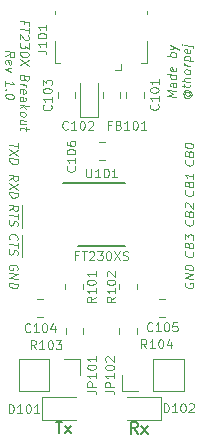
<source format=gbr>
%TF.GenerationSoftware,KiCad,Pcbnew,7.0.2-0*%
%TF.CreationDate,2024-07-03T10:32:27-07:00*%
%TF.ProjectId,ft230x-breakout,66743233-3078-42d6-9272-65616b6f7574,1.0*%
%TF.SameCoordinates,Original*%
%TF.FileFunction,Legend,Top*%
%TF.FilePolarity,Positive*%
%FSLAX46Y46*%
G04 Gerber Fmt 4.6, Leading zero omitted, Abs format (unit mm)*
G04 Created by KiCad (PCBNEW 7.0.2-0) date 2024-07-03 10:32:27*
%MOMM*%
%LPD*%
G01*
G04 APERTURE LIST*
%ADD10C,0.100000*%
%ADD11C,0.150000*%
%ADD12C,0.120000*%
G04 APERTURE END LIST*
D10*
X136870785Y-113099278D02*
X137227928Y-112893921D01*
X136870785Y-112670707D02*
X137620785Y-112764457D01*
X137620785Y-112764457D02*
X137620785Y-113050171D01*
X137620785Y-113050171D02*
X137585071Y-113117135D01*
X137585071Y-113117135D02*
X137549357Y-113148385D01*
X137549357Y-113148385D02*
X137477928Y-113175171D01*
X137477928Y-113175171D02*
X137370785Y-113161778D01*
X137370785Y-113161778D02*
X137299357Y-113117135D01*
X137299357Y-113117135D02*
X137263642Y-113076957D01*
X137263642Y-113076957D02*
X137227928Y-113001064D01*
X137227928Y-113001064D02*
X137227928Y-112715350D01*
X137620785Y-113402850D02*
X137620785Y-113831421D01*
X136870785Y-113523386D02*
X137620785Y-113617136D01*
X136906500Y-113951957D02*
X136870785Y-114054635D01*
X136870785Y-114054635D02*
X136870785Y-114233207D01*
X136870785Y-114233207D02*
X136906500Y-114309100D01*
X136906500Y-114309100D02*
X136942214Y-114349278D01*
X136942214Y-114349278D02*
X137013642Y-114393921D01*
X137013642Y-114393921D02*
X137085071Y-114402850D01*
X137085071Y-114402850D02*
X137156500Y-114376064D01*
X137156500Y-114376064D02*
X137192214Y-114344814D01*
X137192214Y-114344814D02*
X137227928Y-114277850D01*
X137227928Y-114277850D02*
X137263642Y-114139457D01*
X137263642Y-114139457D02*
X137299357Y-114072492D01*
X137299357Y-114072492D02*
X137335071Y-114041242D01*
X137335071Y-114041242D02*
X137406500Y-114014457D01*
X137406500Y-114014457D02*
X137477928Y-114023385D01*
X137477928Y-114023385D02*
X137549357Y-114068028D01*
X137549357Y-114068028D02*
X137585071Y-114108207D01*
X137585071Y-114108207D02*
X137620785Y-114184100D01*
X137620785Y-114184100D02*
X137620785Y-114362671D01*
X137620785Y-114362671D02*
X137585071Y-114465350D01*
X137956500Y-112702850D02*
X137956500Y-114575171D01*
X152414585Y-113967792D02*
X152450300Y-114007971D01*
X152450300Y-114007971D02*
X152486014Y-114119578D01*
X152486014Y-114119578D02*
X152486014Y-114191007D01*
X152486014Y-114191007D02*
X152450300Y-114293685D01*
X152450300Y-114293685D02*
X152378871Y-114356185D01*
X152378871Y-114356185D02*
X152307442Y-114382971D01*
X152307442Y-114382971D02*
X152164585Y-114400828D01*
X152164585Y-114400828D02*
X152057442Y-114387435D01*
X152057442Y-114387435D02*
X151914585Y-114333864D01*
X151914585Y-114333864D02*
X151843157Y-114289221D01*
X151843157Y-114289221D02*
X151771728Y-114208864D01*
X151771728Y-114208864D02*
X151736014Y-114097257D01*
X151736014Y-114097257D02*
X151736014Y-114025828D01*
X151736014Y-114025828D02*
X151771728Y-113923150D01*
X151771728Y-113923150D02*
X151807442Y-113891900D01*
X152093157Y-113360649D02*
X152128871Y-113257971D01*
X152128871Y-113257971D02*
X152164585Y-113226721D01*
X152164585Y-113226721D02*
X152236014Y-113199935D01*
X152236014Y-113199935D02*
X152343157Y-113213328D01*
X152343157Y-113213328D02*
X152414585Y-113257971D01*
X152414585Y-113257971D02*
X152450300Y-113298149D01*
X152450300Y-113298149D02*
X152486014Y-113374042D01*
X152486014Y-113374042D02*
X152486014Y-113659756D01*
X152486014Y-113659756D02*
X151736014Y-113566006D01*
X151736014Y-113566006D02*
X151736014Y-113316006D01*
X151736014Y-113316006D02*
X151771728Y-113249042D01*
X151771728Y-113249042D02*
X151807442Y-113217792D01*
X151807442Y-113217792D02*
X151878871Y-113191006D01*
X151878871Y-113191006D02*
X151950300Y-113199935D01*
X151950300Y-113199935D02*
X152021728Y-113244578D01*
X152021728Y-113244578D02*
X152057442Y-113284756D01*
X152057442Y-113284756D02*
X152093157Y-113360649D01*
X152093157Y-113360649D02*
X152093157Y-113610649D01*
X151807442Y-112865113D02*
X151771728Y-112824935D01*
X151771728Y-112824935D02*
X151736014Y-112749042D01*
X151736014Y-112749042D02*
X151736014Y-112570470D01*
X151736014Y-112570470D02*
X151771728Y-112503506D01*
X151771728Y-112503506D02*
X151807442Y-112472256D01*
X151807442Y-112472256D02*
X151878871Y-112445470D01*
X151878871Y-112445470D02*
X151950300Y-112454399D01*
X151950300Y-112454399D02*
X152057442Y-112503506D01*
X152057442Y-112503506D02*
X152486014Y-112985649D01*
X152486014Y-112985649D02*
X152486014Y-112521363D01*
X152414585Y-116634792D02*
X152450300Y-116674971D01*
X152450300Y-116674971D02*
X152486014Y-116786578D01*
X152486014Y-116786578D02*
X152486014Y-116858007D01*
X152486014Y-116858007D02*
X152450300Y-116960685D01*
X152450300Y-116960685D02*
X152378871Y-117023185D01*
X152378871Y-117023185D02*
X152307442Y-117049971D01*
X152307442Y-117049971D02*
X152164585Y-117067828D01*
X152164585Y-117067828D02*
X152057442Y-117054435D01*
X152057442Y-117054435D02*
X151914585Y-117000864D01*
X151914585Y-117000864D02*
X151843157Y-116956221D01*
X151843157Y-116956221D02*
X151771728Y-116875864D01*
X151771728Y-116875864D02*
X151736014Y-116764257D01*
X151736014Y-116764257D02*
X151736014Y-116692828D01*
X151736014Y-116692828D02*
X151771728Y-116590150D01*
X151771728Y-116590150D02*
X151807442Y-116558900D01*
X152093157Y-116027649D02*
X152128871Y-115924971D01*
X152128871Y-115924971D02*
X152164585Y-115893721D01*
X152164585Y-115893721D02*
X152236014Y-115866935D01*
X152236014Y-115866935D02*
X152343157Y-115880328D01*
X152343157Y-115880328D02*
X152414585Y-115924971D01*
X152414585Y-115924971D02*
X152450300Y-115965149D01*
X152450300Y-115965149D02*
X152486014Y-116041042D01*
X152486014Y-116041042D02*
X152486014Y-116326756D01*
X152486014Y-116326756D02*
X151736014Y-116233006D01*
X151736014Y-116233006D02*
X151736014Y-115983006D01*
X151736014Y-115983006D02*
X151771728Y-115916042D01*
X151771728Y-115916042D02*
X151807442Y-115884792D01*
X151807442Y-115884792D02*
X151878871Y-115858006D01*
X151878871Y-115858006D02*
X151950300Y-115866935D01*
X151950300Y-115866935D02*
X152021728Y-115911578D01*
X152021728Y-115911578D02*
X152057442Y-115951756D01*
X152057442Y-115951756D02*
X152093157Y-116027649D01*
X152093157Y-116027649D02*
X152093157Y-116277649D01*
X151736014Y-115558899D02*
X151736014Y-115094613D01*
X151736014Y-115094613D02*
X152021728Y-115380328D01*
X152021728Y-115380328D02*
X152021728Y-115273185D01*
X152021728Y-115273185D02*
X152057442Y-115206220D01*
X152057442Y-115206220D02*
X152093157Y-115174970D01*
X152093157Y-115174970D02*
X152164585Y-115148185D01*
X152164585Y-115148185D02*
X152343157Y-115170506D01*
X152343157Y-115170506D02*
X152414585Y-115215149D01*
X152414585Y-115215149D02*
X152450300Y-115255328D01*
X152450300Y-115255328D02*
X152486014Y-115331220D01*
X152486014Y-115331220D02*
X152486014Y-115545506D01*
X152486014Y-115545506D02*
X152450300Y-115612470D01*
X152450300Y-115612470D02*
X152414585Y-115643720D01*
X152414585Y-111453192D02*
X152450300Y-111493371D01*
X152450300Y-111493371D02*
X152486014Y-111604978D01*
X152486014Y-111604978D02*
X152486014Y-111676407D01*
X152486014Y-111676407D02*
X152450300Y-111779085D01*
X152450300Y-111779085D02*
X152378871Y-111841585D01*
X152378871Y-111841585D02*
X152307442Y-111868371D01*
X152307442Y-111868371D02*
X152164585Y-111886228D01*
X152164585Y-111886228D02*
X152057442Y-111872835D01*
X152057442Y-111872835D02*
X151914585Y-111819264D01*
X151914585Y-111819264D02*
X151843157Y-111774621D01*
X151843157Y-111774621D02*
X151771728Y-111694264D01*
X151771728Y-111694264D02*
X151736014Y-111582657D01*
X151736014Y-111582657D02*
X151736014Y-111511228D01*
X151736014Y-111511228D02*
X151771728Y-111408550D01*
X151771728Y-111408550D02*
X151807442Y-111377300D01*
X152093157Y-110846049D02*
X152128871Y-110743371D01*
X152128871Y-110743371D02*
X152164585Y-110712121D01*
X152164585Y-110712121D02*
X152236014Y-110685335D01*
X152236014Y-110685335D02*
X152343157Y-110698728D01*
X152343157Y-110698728D02*
X152414585Y-110743371D01*
X152414585Y-110743371D02*
X152450300Y-110783549D01*
X152450300Y-110783549D02*
X152486014Y-110859442D01*
X152486014Y-110859442D02*
X152486014Y-111145156D01*
X152486014Y-111145156D02*
X151736014Y-111051406D01*
X151736014Y-111051406D02*
X151736014Y-110801406D01*
X151736014Y-110801406D02*
X151771728Y-110734442D01*
X151771728Y-110734442D02*
X151807442Y-110703192D01*
X151807442Y-110703192D02*
X151878871Y-110676406D01*
X151878871Y-110676406D02*
X151950300Y-110685335D01*
X151950300Y-110685335D02*
X152021728Y-110729978D01*
X152021728Y-110729978D02*
X152057442Y-110770156D01*
X152057442Y-110770156D02*
X152093157Y-110846049D01*
X152093157Y-110846049D02*
X152093157Y-111096049D01*
X152486014Y-110006763D02*
X152486014Y-110435335D01*
X152486014Y-110221049D02*
X151736014Y-110127299D01*
X151736014Y-110127299D02*
X151843157Y-110212120D01*
X151843157Y-110212120D02*
X151914585Y-110292478D01*
X151914585Y-110292478D02*
X151950300Y-110368370D01*
X151017014Y-103532960D02*
X150267014Y-103439210D01*
X150267014Y-103439210D02*
X150802728Y-103256175D01*
X150802728Y-103256175D02*
X150267014Y-102939210D01*
X150267014Y-102939210D02*
X151017014Y-103032960D01*
X151017014Y-102358853D02*
X150624157Y-102309746D01*
X150624157Y-102309746D02*
X150552728Y-102336531D01*
X150552728Y-102336531D02*
X150517014Y-102403496D01*
X150517014Y-102403496D02*
X150517014Y-102546353D01*
X150517014Y-102546353D02*
X150552728Y-102622246D01*
X150981300Y-102354389D02*
X151017014Y-102430281D01*
X151017014Y-102430281D02*
X151017014Y-102608853D01*
X151017014Y-102608853D02*
X150981300Y-102675817D01*
X150981300Y-102675817D02*
X150909871Y-102702603D01*
X150909871Y-102702603D02*
X150838442Y-102693674D01*
X150838442Y-102693674D02*
X150767014Y-102649031D01*
X150767014Y-102649031D02*
X150731300Y-102573139D01*
X150731300Y-102573139D02*
X150731300Y-102394567D01*
X150731300Y-102394567D02*
X150695585Y-102318674D01*
X151017014Y-101684746D02*
X150267014Y-101590996D01*
X150981300Y-101680282D02*
X151017014Y-101756174D01*
X151017014Y-101756174D02*
X151017014Y-101899032D01*
X151017014Y-101899032D02*
X150981300Y-101965996D01*
X150981300Y-101965996D02*
X150945585Y-101997246D01*
X150945585Y-101997246D02*
X150874157Y-102024032D01*
X150874157Y-102024032D02*
X150659871Y-101997246D01*
X150659871Y-101997246D02*
X150588442Y-101952603D01*
X150588442Y-101952603D02*
X150552728Y-101912424D01*
X150552728Y-101912424D02*
X150517014Y-101836532D01*
X150517014Y-101836532D02*
X150517014Y-101693674D01*
X150517014Y-101693674D02*
X150552728Y-101626710D01*
X150981300Y-101041889D02*
X151017014Y-101117782D01*
X151017014Y-101117782D02*
X151017014Y-101260639D01*
X151017014Y-101260639D02*
X150981300Y-101327603D01*
X150981300Y-101327603D02*
X150909871Y-101354389D01*
X150909871Y-101354389D02*
X150624157Y-101318675D01*
X150624157Y-101318675D02*
X150552728Y-101274032D01*
X150552728Y-101274032D02*
X150517014Y-101198139D01*
X150517014Y-101198139D02*
X150517014Y-101055282D01*
X150517014Y-101055282D02*
X150552728Y-100988317D01*
X150552728Y-100988317D02*
X150624157Y-100961532D01*
X150624157Y-100961532D02*
X150695585Y-100970460D01*
X150695585Y-100970460D02*
X150767014Y-101336532D01*
X151017014Y-100122245D02*
X150267014Y-100028495D01*
X150552728Y-100064210D02*
X150517014Y-99988317D01*
X150517014Y-99988317D02*
X150517014Y-99845460D01*
X150517014Y-99845460D02*
X150552728Y-99778495D01*
X150552728Y-99778495D02*
X150588442Y-99747245D01*
X150588442Y-99747245D02*
X150659871Y-99720460D01*
X150659871Y-99720460D02*
X150874157Y-99747245D01*
X150874157Y-99747245D02*
X150945585Y-99791888D01*
X150945585Y-99791888D02*
X150981300Y-99832067D01*
X150981300Y-99832067D02*
X151017014Y-99907960D01*
X151017014Y-99907960D02*
X151017014Y-100050817D01*
X151017014Y-100050817D02*
X150981300Y-100117781D01*
X150517014Y-99457067D02*
X151017014Y-99340996D01*
X150517014Y-99099924D02*
X151017014Y-99340996D01*
X151017014Y-99340996D02*
X151195585Y-99434746D01*
X151195585Y-99434746D02*
X151231300Y-99474924D01*
X151231300Y-99474924D02*
X151267014Y-99550817D01*
X151874871Y-103104389D02*
X151839157Y-103135639D01*
X151839157Y-103135639D02*
X151803442Y-103202603D01*
X151803442Y-103202603D02*
X151803442Y-103274032D01*
X151803442Y-103274032D02*
X151839157Y-103349925D01*
X151839157Y-103349925D02*
X151874871Y-103390103D01*
X151874871Y-103390103D02*
X151946300Y-103434746D01*
X151946300Y-103434746D02*
X152017728Y-103443675D01*
X152017728Y-103443675D02*
X152089157Y-103416889D01*
X152089157Y-103416889D02*
X152124871Y-103385639D01*
X152124871Y-103385639D02*
X152160585Y-103318675D01*
X152160585Y-103318675D02*
X152160585Y-103247246D01*
X152160585Y-103247246D02*
X152124871Y-103171353D01*
X152124871Y-103171353D02*
X152089157Y-103131175D01*
X151803442Y-103095460D02*
X152089157Y-103131175D01*
X152089157Y-103131175D02*
X152124871Y-103099925D01*
X152124871Y-103099925D02*
X152124871Y-103064210D01*
X152124871Y-103064210D02*
X152089157Y-102988317D01*
X152089157Y-102988317D02*
X152017728Y-102943675D01*
X152017728Y-102943675D02*
X151839157Y-102921353D01*
X151839157Y-102921353D02*
X151732014Y-102979389D01*
X151732014Y-102979389D02*
X151660585Y-103077603D01*
X151660585Y-103077603D02*
X151624871Y-103215996D01*
X151624871Y-103215996D02*
X151660585Y-103363317D01*
X151660585Y-103363317D02*
X151732014Y-103479389D01*
X151732014Y-103479389D02*
X151839157Y-103564210D01*
X151839157Y-103564210D02*
X151982014Y-103617782D01*
X151982014Y-103617782D02*
X152124871Y-103599925D01*
X152124871Y-103599925D02*
X152232014Y-103541889D01*
X152232014Y-103541889D02*
X152303442Y-103443675D01*
X152303442Y-103443675D02*
X152339157Y-103305282D01*
X152339157Y-103305282D02*
X152303442Y-103157960D01*
X152303442Y-103157960D02*
X152232014Y-103041889D01*
X151732014Y-102711531D02*
X151732014Y-102425817D01*
X151482014Y-102573138D02*
X152124871Y-102653496D01*
X152124871Y-102653496D02*
X152196300Y-102626710D01*
X152196300Y-102626710D02*
X152232014Y-102559746D01*
X152232014Y-102559746D02*
X152232014Y-102488317D01*
X152232014Y-102242781D02*
X151482014Y-102149031D01*
X152232014Y-101921353D02*
X151839157Y-101872246D01*
X151839157Y-101872246D02*
X151767728Y-101899031D01*
X151767728Y-101899031D02*
X151732014Y-101965996D01*
X151732014Y-101965996D02*
X151732014Y-102073139D01*
X151732014Y-102073139D02*
X151767728Y-102149031D01*
X151767728Y-102149031D02*
X151803442Y-102189210D01*
X152232014Y-101461532D02*
X152196300Y-101528496D01*
X152196300Y-101528496D02*
X152160585Y-101559746D01*
X152160585Y-101559746D02*
X152089157Y-101586532D01*
X152089157Y-101586532D02*
X151874871Y-101559746D01*
X151874871Y-101559746D02*
X151803442Y-101515103D01*
X151803442Y-101515103D02*
X151767728Y-101474924D01*
X151767728Y-101474924D02*
X151732014Y-101399032D01*
X151732014Y-101399032D02*
X151732014Y-101291889D01*
X151732014Y-101291889D02*
X151767728Y-101224924D01*
X151767728Y-101224924D02*
X151803442Y-101193674D01*
X151803442Y-101193674D02*
X151874871Y-101166889D01*
X151874871Y-101166889D02*
X152089157Y-101193674D01*
X152089157Y-101193674D02*
X152160585Y-101238317D01*
X152160585Y-101238317D02*
X152196300Y-101278496D01*
X152196300Y-101278496D02*
X152232014Y-101354389D01*
X152232014Y-101354389D02*
X152232014Y-101461532D01*
X152232014Y-100894567D02*
X151732014Y-100832067D01*
X151874871Y-100849925D02*
X151803442Y-100805282D01*
X151803442Y-100805282D02*
X151767728Y-100765103D01*
X151767728Y-100765103D02*
X151732014Y-100689210D01*
X151732014Y-100689210D02*
X151732014Y-100617782D01*
X151732014Y-100372246D02*
X152482014Y-100465996D01*
X151767728Y-100376711D02*
X151732014Y-100300818D01*
X151732014Y-100300818D02*
X151732014Y-100157961D01*
X151732014Y-100157961D02*
X151767728Y-100090996D01*
X151767728Y-100090996D02*
X151803442Y-100059746D01*
X151803442Y-100059746D02*
X151874871Y-100032961D01*
X151874871Y-100032961D02*
X152089157Y-100059746D01*
X152089157Y-100059746D02*
X152160585Y-100104389D01*
X152160585Y-100104389D02*
X152196300Y-100144568D01*
X152196300Y-100144568D02*
X152232014Y-100220461D01*
X152232014Y-100220461D02*
X152232014Y-100363318D01*
X152232014Y-100363318D02*
X152196300Y-100430282D01*
X152196300Y-99501711D02*
X152232014Y-99577604D01*
X152232014Y-99577604D02*
X152232014Y-99720461D01*
X152232014Y-99720461D02*
X152196300Y-99787425D01*
X152196300Y-99787425D02*
X152124871Y-99814211D01*
X152124871Y-99814211D02*
X151839157Y-99778497D01*
X151839157Y-99778497D02*
X151767728Y-99733854D01*
X151767728Y-99733854D02*
X151732014Y-99657961D01*
X151732014Y-99657961D02*
X151732014Y-99515104D01*
X151732014Y-99515104D02*
X151767728Y-99448139D01*
X151767728Y-99448139D02*
X151839157Y-99421354D01*
X151839157Y-99421354D02*
X151910585Y-99430282D01*
X151910585Y-99430282D02*
X151982014Y-99796354D01*
X151732014Y-99090996D02*
X152374871Y-99171354D01*
X152374871Y-99171354D02*
X152446300Y-99215996D01*
X152446300Y-99215996D02*
X152482014Y-99291889D01*
X152482014Y-99291889D02*
X152482014Y-99327604D01*
X151482014Y-99059746D02*
X151517728Y-99099925D01*
X151517728Y-99099925D02*
X151553442Y-99068675D01*
X151553442Y-99068675D02*
X151517728Y-99028496D01*
X151517728Y-99028496D02*
X151482014Y-99059746D01*
X151482014Y-99059746D02*
X151553442Y-99068675D01*
X136896185Y-110533878D02*
X137253328Y-110328521D01*
X136896185Y-110105307D02*
X137646185Y-110199057D01*
X137646185Y-110199057D02*
X137646185Y-110484771D01*
X137646185Y-110484771D02*
X137610471Y-110551735D01*
X137610471Y-110551735D02*
X137574757Y-110582985D01*
X137574757Y-110582985D02*
X137503328Y-110609771D01*
X137503328Y-110609771D02*
X137396185Y-110596378D01*
X137396185Y-110596378D02*
X137324757Y-110551735D01*
X137324757Y-110551735D02*
X137289042Y-110511557D01*
X137289042Y-110511557D02*
X137253328Y-110435664D01*
X137253328Y-110435664D02*
X137253328Y-110149950D01*
X137646185Y-110873164D02*
X136896185Y-111279414D01*
X137646185Y-111373164D02*
X136896185Y-110779414D01*
X136896185Y-111560664D02*
X137646185Y-111654414D01*
X137646185Y-111654414D02*
X137646185Y-111832985D01*
X137646185Y-111832985D02*
X137610471Y-111935664D01*
X137610471Y-111935664D02*
X137539042Y-111998164D01*
X137539042Y-111998164D02*
X137467614Y-112024949D01*
X137467614Y-112024949D02*
X137324757Y-112042807D01*
X137324757Y-112042807D02*
X137217614Y-112029414D01*
X137217614Y-112029414D02*
X137074757Y-111975842D01*
X137074757Y-111975842D02*
X137003328Y-111931199D01*
X137003328Y-111931199D02*
X136931900Y-111850842D01*
X136931900Y-111850842D02*
X136896185Y-111739235D01*
X136896185Y-111739235D02*
X136896185Y-111560664D01*
X137585071Y-118182050D02*
X137620785Y-118115085D01*
X137620785Y-118115085D02*
X137620785Y-118007942D01*
X137620785Y-118007942D02*
X137585071Y-117896335D01*
X137585071Y-117896335D02*
X137513642Y-117815978D01*
X137513642Y-117815978D02*
X137442214Y-117771335D01*
X137442214Y-117771335D02*
X137299357Y-117717764D01*
X137299357Y-117717764D02*
X137192214Y-117704371D01*
X137192214Y-117704371D02*
X137049357Y-117722228D01*
X137049357Y-117722228D02*
X136977928Y-117749014D01*
X136977928Y-117749014D02*
X136906500Y-117811514D01*
X136906500Y-117811514D02*
X136870785Y-117914192D01*
X136870785Y-117914192D02*
X136870785Y-117985621D01*
X136870785Y-117985621D02*
X136906500Y-118097228D01*
X136906500Y-118097228D02*
X136942214Y-118137407D01*
X136942214Y-118137407D02*
X137192214Y-118168657D01*
X137192214Y-118168657D02*
X137192214Y-118025800D01*
X136870785Y-118445443D02*
X137620785Y-118539193D01*
X137620785Y-118539193D02*
X136870785Y-118874014D01*
X136870785Y-118874014D02*
X137620785Y-118967764D01*
X136870785Y-119226693D02*
X137620785Y-119320443D01*
X137620785Y-119320443D02*
X137620785Y-119499014D01*
X137620785Y-119499014D02*
X137585071Y-119601693D01*
X137585071Y-119601693D02*
X137513642Y-119664193D01*
X137513642Y-119664193D02*
X137442214Y-119690978D01*
X137442214Y-119690978D02*
X137299357Y-119708836D01*
X137299357Y-119708836D02*
X137192214Y-119695443D01*
X137192214Y-119695443D02*
X137049357Y-119641871D01*
X137049357Y-119641871D02*
X136977928Y-119597228D01*
X136977928Y-119597228D02*
X136906500Y-119516871D01*
X136906500Y-119516871D02*
X136870785Y-119405264D01*
X136870785Y-119405264D02*
X136870785Y-119226693D01*
X137646185Y-107424914D02*
X137646185Y-107853485D01*
X136896185Y-107545450D02*
X137646185Y-107639200D01*
X137646185Y-108027592D02*
X136896185Y-108433842D01*
X137646185Y-108527592D02*
X136896185Y-107933842D01*
X136896185Y-108715092D02*
X137646185Y-108808842D01*
X137646185Y-108808842D02*
X137646185Y-108987413D01*
X137646185Y-108987413D02*
X137610471Y-109090092D01*
X137610471Y-109090092D02*
X137539042Y-109152592D01*
X137539042Y-109152592D02*
X137467614Y-109179377D01*
X137467614Y-109179377D02*
X137324757Y-109197235D01*
X137324757Y-109197235D02*
X137217614Y-109183842D01*
X137217614Y-109183842D02*
X137074757Y-109130270D01*
X137074757Y-109130270D02*
X137003328Y-109085627D01*
X137003328Y-109085627D02*
X136931900Y-109005270D01*
X136931900Y-109005270D02*
X136896185Y-108893663D01*
X136896185Y-108893663D02*
X136896185Y-108715092D01*
X151771728Y-119231750D02*
X151736014Y-119298714D01*
X151736014Y-119298714D02*
X151736014Y-119405857D01*
X151736014Y-119405857D02*
X151771728Y-119517464D01*
X151771728Y-119517464D02*
X151843157Y-119597821D01*
X151843157Y-119597821D02*
X151914585Y-119642464D01*
X151914585Y-119642464D02*
X152057442Y-119696035D01*
X152057442Y-119696035D02*
X152164585Y-119709428D01*
X152164585Y-119709428D02*
X152307442Y-119691571D01*
X152307442Y-119691571D02*
X152378871Y-119664785D01*
X152378871Y-119664785D02*
X152450300Y-119602285D01*
X152450300Y-119602285D02*
X152486014Y-119499607D01*
X152486014Y-119499607D02*
X152486014Y-119428178D01*
X152486014Y-119428178D02*
X152450300Y-119316571D01*
X152450300Y-119316571D02*
X152414585Y-119276392D01*
X152414585Y-119276392D02*
X152164585Y-119245142D01*
X152164585Y-119245142D02*
X152164585Y-119388000D01*
X152486014Y-118968356D02*
X151736014Y-118874606D01*
X151736014Y-118874606D02*
X152486014Y-118539785D01*
X152486014Y-118539785D02*
X151736014Y-118446035D01*
X152486014Y-118187106D02*
X151736014Y-118093356D01*
X151736014Y-118093356D02*
X151736014Y-117914785D01*
X151736014Y-117914785D02*
X151771728Y-117812106D01*
X151771728Y-117812106D02*
X151843157Y-117749606D01*
X151843157Y-117749606D02*
X151914585Y-117722821D01*
X151914585Y-117722821D02*
X152057442Y-117704964D01*
X152057442Y-117704964D02*
X152164585Y-117718356D01*
X152164585Y-117718356D02*
X152307442Y-117771928D01*
X152307442Y-117771928D02*
X152378871Y-117816571D01*
X152378871Y-117816571D02*
X152450300Y-117896928D01*
X152450300Y-117896928D02*
X152486014Y-118008535D01*
X152486014Y-118008535D02*
X152486014Y-118187106D01*
X138173842Y-97344151D02*
X138173842Y-97094151D01*
X137780985Y-97045044D02*
X138530985Y-97138794D01*
X138530985Y-97138794D02*
X138530985Y-97495937D01*
X138530985Y-97670044D02*
X138530985Y-98098615D01*
X137780985Y-97790580D02*
X138530985Y-97884330D01*
X138459557Y-98299508D02*
X138495271Y-98339686D01*
X138495271Y-98339686D02*
X138530985Y-98415579D01*
X138530985Y-98415579D02*
X138530985Y-98594151D01*
X138530985Y-98594151D02*
X138495271Y-98661115D01*
X138495271Y-98661115D02*
X138459557Y-98692365D01*
X138459557Y-98692365D02*
X138388128Y-98719151D01*
X138388128Y-98719151D02*
X138316700Y-98710222D01*
X138316700Y-98710222D02*
X138209557Y-98661115D01*
X138209557Y-98661115D02*
X137780985Y-98178972D01*
X137780985Y-98178972D02*
X137780985Y-98643258D01*
X138530985Y-98982543D02*
X138530985Y-99446829D01*
X138530985Y-99446829D02*
X138245271Y-99161115D01*
X138245271Y-99161115D02*
X138245271Y-99268257D01*
X138245271Y-99268257D02*
X138209557Y-99335222D01*
X138209557Y-99335222D02*
X138173842Y-99366472D01*
X138173842Y-99366472D02*
X138102414Y-99393257D01*
X138102414Y-99393257D02*
X137923842Y-99370936D01*
X137923842Y-99370936D02*
X137852414Y-99326293D01*
X137852414Y-99326293D02*
X137816700Y-99286115D01*
X137816700Y-99286115D02*
X137780985Y-99210222D01*
X137780985Y-99210222D02*
X137780985Y-98995936D01*
X137780985Y-98995936D02*
X137816700Y-98928972D01*
X137816700Y-98928972D02*
X137852414Y-98897722D01*
X138530985Y-99906650D02*
X138530985Y-99978078D01*
X138530985Y-99978078D02*
X138495271Y-100045043D01*
X138495271Y-100045043D02*
X138459557Y-100076293D01*
X138459557Y-100076293D02*
X138388128Y-100103078D01*
X138388128Y-100103078D02*
X138245271Y-100120936D01*
X138245271Y-100120936D02*
X138066700Y-100098614D01*
X138066700Y-100098614D02*
X137923842Y-100045043D01*
X137923842Y-100045043D02*
X137852414Y-100000400D01*
X137852414Y-100000400D02*
X137816700Y-99960221D01*
X137816700Y-99960221D02*
X137780985Y-99884328D01*
X137780985Y-99884328D02*
X137780985Y-99812900D01*
X137780985Y-99812900D02*
X137816700Y-99745936D01*
X137816700Y-99745936D02*
X137852414Y-99714686D01*
X137852414Y-99714686D02*
X137923842Y-99687900D01*
X137923842Y-99687900D02*
X138066700Y-99670043D01*
X138066700Y-99670043D02*
X138245271Y-99692364D01*
X138245271Y-99692364D02*
X138388128Y-99745936D01*
X138388128Y-99745936D02*
X138459557Y-99790578D01*
X138459557Y-99790578D02*
X138495271Y-99830757D01*
X138495271Y-99830757D02*
X138530985Y-99906650D01*
X138530985Y-100402185D02*
X137780985Y-100808435D01*
X138530985Y-100902185D02*
X137780985Y-100308435D01*
X138173842Y-101960221D02*
X138138128Y-102062899D01*
X138138128Y-102062899D02*
X138102414Y-102094149D01*
X138102414Y-102094149D02*
X138030985Y-102120935D01*
X138030985Y-102120935D02*
X137923842Y-102107542D01*
X137923842Y-102107542D02*
X137852414Y-102062899D01*
X137852414Y-102062899D02*
X137816700Y-102022721D01*
X137816700Y-102022721D02*
X137780985Y-101946828D01*
X137780985Y-101946828D02*
X137780985Y-101661114D01*
X137780985Y-101661114D02*
X138530985Y-101754864D01*
X138530985Y-101754864D02*
X138530985Y-102004864D01*
X138530985Y-102004864D02*
X138495271Y-102071828D01*
X138495271Y-102071828D02*
X138459557Y-102103078D01*
X138459557Y-102103078D02*
X138388128Y-102129864D01*
X138388128Y-102129864D02*
X138316700Y-102120935D01*
X138316700Y-102120935D02*
X138245271Y-102076292D01*
X138245271Y-102076292D02*
X138209557Y-102036114D01*
X138209557Y-102036114D02*
X138173842Y-101960221D01*
X138173842Y-101960221D02*
X138173842Y-101710221D01*
X137780985Y-102406650D02*
X138280985Y-102469150D01*
X138138128Y-102451293D02*
X138209557Y-102495935D01*
X138209557Y-102495935D02*
X138245271Y-102536114D01*
X138245271Y-102536114D02*
X138280985Y-102612007D01*
X138280985Y-102612007D02*
X138280985Y-102683435D01*
X137816700Y-103156649D02*
X137780985Y-103080756D01*
X137780985Y-103080756D02*
X137780985Y-102937899D01*
X137780985Y-102937899D02*
X137816700Y-102870935D01*
X137816700Y-102870935D02*
X137888128Y-102844149D01*
X137888128Y-102844149D02*
X138173842Y-102879864D01*
X138173842Y-102879864D02*
X138245271Y-102924506D01*
X138245271Y-102924506D02*
X138280985Y-103000399D01*
X138280985Y-103000399D02*
X138280985Y-103143256D01*
X138280985Y-103143256D02*
X138245271Y-103210221D01*
X138245271Y-103210221D02*
X138173842Y-103237006D01*
X138173842Y-103237006D02*
X138102414Y-103228078D01*
X138102414Y-103228078D02*
X138030985Y-102862006D01*
X137780985Y-103826292D02*
X138173842Y-103875399D01*
X138173842Y-103875399D02*
X138245271Y-103848614D01*
X138245271Y-103848614D02*
X138280985Y-103781649D01*
X138280985Y-103781649D02*
X138280985Y-103638792D01*
X138280985Y-103638792D02*
X138245271Y-103562899D01*
X137816700Y-103830757D02*
X137780985Y-103754864D01*
X137780985Y-103754864D02*
X137780985Y-103576292D01*
X137780985Y-103576292D02*
X137816700Y-103509328D01*
X137816700Y-103509328D02*
X137888128Y-103482542D01*
X137888128Y-103482542D02*
X137959557Y-103491471D01*
X137959557Y-103491471D02*
X138030985Y-103536114D01*
X138030985Y-103536114D02*
X138066700Y-103612007D01*
X138066700Y-103612007D02*
X138066700Y-103790578D01*
X138066700Y-103790578D02*
X138102414Y-103866471D01*
X137780985Y-104178971D02*
X138530985Y-104272721D01*
X138066700Y-104286114D02*
X137780985Y-104464685D01*
X138280985Y-104527185D02*
X137995271Y-104205756D01*
X137780985Y-104888793D02*
X137816700Y-104821828D01*
X137816700Y-104821828D02*
X137852414Y-104790578D01*
X137852414Y-104790578D02*
X137923842Y-104763793D01*
X137923842Y-104763793D02*
X138138128Y-104790578D01*
X138138128Y-104790578D02*
X138209557Y-104835221D01*
X138209557Y-104835221D02*
X138245271Y-104875400D01*
X138245271Y-104875400D02*
X138280985Y-104951293D01*
X138280985Y-104951293D02*
X138280985Y-105058435D01*
X138280985Y-105058435D02*
X138245271Y-105125400D01*
X138245271Y-105125400D02*
X138209557Y-105156650D01*
X138209557Y-105156650D02*
X138138128Y-105183435D01*
X138138128Y-105183435D02*
X137923842Y-105156650D01*
X137923842Y-105156650D02*
X137852414Y-105112007D01*
X137852414Y-105112007D02*
X137816700Y-105071828D01*
X137816700Y-105071828D02*
X137780985Y-104995935D01*
X137780985Y-104995935D02*
X137780985Y-104888793D01*
X138280985Y-105839685D02*
X137780985Y-105777185D01*
X138280985Y-105518257D02*
X137888128Y-105469150D01*
X137888128Y-105469150D02*
X137816700Y-105495935D01*
X137816700Y-105495935D02*
X137780985Y-105562900D01*
X137780985Y-105562900D02*
X137780985Y-105670042D01*
X137780985Y-105670042D02*
X137816700Y-105745935D01*
X137816700Y-105745935D02*
X137852414Y-105786114D01*
X138280985Y-106085221D02*
X138280985Y-106370935D01*
X138530985Y-106223614D02*
X137888128Y-106143257D01*
X137888128Y-106143257D02*
X137816700Y-106170042D01*
X137816700Y-106170042D02*
X137780985Y-106237007D01*
X137780985Y-106237007D02*
X137780985Y-106308435D01*
X136565985Y-100080757D02*
X136923128Y-99875400D01*
X136565985Y-99652186D02*
X137315985Y-99745936D01*
X137315985Y-99745936D02*
X137315985Y-100031650D01*
X137315985Y-100031650D02*
X137280271Y-100098614D01*
X137280271Y-100098614D02*
X137244557Y-100129864D01*
X137244557Y-100129864D02*
X137173128Y-100156650D01*
X137173128Y-100156650D02*
X137065985Y-100143257D01*
X137065985Y-100143257D02*
X136994557Y-100098614D01*
X136994557Y-100098614D02*
X136958842Y-100058436D01*
X136958842Y-100058436D02*
X136923128Y-99982543D01*
X136923128Y-99982543D02*
X136923128Y-99696829D01*
X136601700Y-100687900D02*
X136565985Y-100612007D01*
X136565985Y-100612007D02*
X136565985Y-100469150D01*
X136565985Y-100469150D02*
X136601700Y-100402186D01*
X136601700Y-100402186D02*
X136673128Y-100375400D01*
X136673128Y-100375400D02*
X136958842Y-100411115D01*
X136958842Y-100411115D02*
X137030271Y-100455757D01*
X137030271Y-100455757D02*
X137065985Y-100531650D01*
X137065985Y-100531650D02*
X137065985Y-100674507D01*
X137065985Y-100674507D02*
X137030271Y-100741472D01*
X137030271Y-100741472D02*
X136958842Y-100768257D01*
X136958842Y-100768257D02*
X136887414Y-100759329D01*
X136887414Y-100759329D02*
X136815985Y-100393257D01*
X137065985Y-101027186D02*
X136565985Y-101143258D01*
X136565985Y-101143258D02*
X137065985Y-101384329D01*
X136565985Y-102567365D02*
X136565985Y-102138793D01*
X136565985Y-102353079D02*
X137315985Y-102446829D01*
X137315985Y-102446829D02*
X137208842Y-102362008D01*
X137208842Y-102362008D02*
X137137414Y-102281651D01*
X137137414Y-102281651D02*
X137101700Y-102205758D01*
X136637414Y-102893257D02*
X136601700Y-102924507D01*
X136601700Y-102924507D02*
X136565985Y-102884329D01*
X136565985Y-102884329D02*
X136601700Y-102853079D01*
X136601700Y-102853079D02*
X136637414Y-102893257D01*
X136637414Y-102893257D02*
X136565985Y-102884329D01*
X137315985Y-103473615D02*
X137315985Y-103545043D01*
X137315985Y-103545043D02*
X137280271Y-103612008D01*
X137280271Y-103612008D02*
X137244557Y-103643258D01*
X137244557Y-103643258D02*
X137173128Y-103670043D01*
X137173128Y-103670043D02*
X137030271Y-103687901D01*
X137030271Y-103687901D02*
X136851700Y-103665579D01*
X136851700Y-103665579D02*
X136708842Y-103612008D01*
X136708842Y-103612008D02*
X136637414Y-103567365D01*
X136637414Y-103567365D02*
X136601700Y-103527186D01*
X136601700Y-103527186D02*
X136565985Y-103451293D01*
X136565985Y-103451293D02*
X136565985Y-103379865D01*
X136565985Y-103379865D02*
X136601700Y-103312901D01*
X136601700Y-103312901D02*
X136637414Y-103281651D01*
X136637414Y-103281651D02*
X136708842Y-103254865D01*
X136708842Y-103254865D02*
X136851700Y-103237008D01*
X136851700Y-103237008D02*
X137030271Y-103259329D01*
X137030271Y-103259329D02*
X137173128Y-103312901D01*
X137173128Y-103312901D02*
X137244557Y-103357543D01*
X137244557Y-103357543D02*
X137280271Y-103397722D01*
X137280271Y-103397722D02*
X137315985Y-103473615D01*
X152414585Y-108887792D02*
X152450300Y-108927971D01*
X152450300Y-108927971D02*
X152486014Y-109039578D01*
X152486014Y-109039578D02*
X152486014Y-109111007D01*
X152486014Y-109111007D02*
X152450300Y-109213685D01*
X152450300Y-109213685D02*
X152378871Y-109276185D01*
X152378871Y-109276185D02*
X152307442Y-109302971D01*
X152307442Y-109302971D02*
X152164585Y-109320828D01*
X152164585Y-109320828D02*
X152057442Y-109307435D01*
X152057442Y-109307435D02*
X151914585Y-109253864D01*
X151914585Y-109253864D02*
X151843157Y-109209221D01*
X151843157Y-109209221D02*
X151771728Y-109128864D01*
X151771728Y-109128864D02*
X151736014Y-109017257D01*
X151736014Y-109017257D02*
X151736014Y-108945828D01*
X151736014Y-108945828D02*
X151771728Y-108843150D01*
X151771728Y-108843150D02*
X151807442Y-108811900D01*
X152093157Y-108280649D02*
X152128871Y-108177971D01*
X152128871Y-108177971D02*
X152164585Y-108146721D01*
X152164585Y-108146721D02*
X152236014Y-108119935D01*
X152236014Y-108119935D02*
X152343157Y-108133328D01*
X152343157Y-108133328D02*
X152414585Y-108177971D01*
X152414585Y-108177971D02*
X152450300Y-108218149D01*
X152450300Y-108218149D02*
X152486014Y-108294042D01*
X152486014Y-108294042D02*
X152486014Y-108579756D01*
X152486014Y-108579756D02*
X151736014Y-108486006D01*
X151736014Y-108486006D02*
X151736014Y-108236006D01*
X151736014Y-108236006D02*
X151771728Y-108169042D01*
X151771728Y-108169042D02*
X151807442Y-108137792D01*
X151807442Y-108137792D02*
X151878871Y-108111006D01*
X151878871Y-108111006D02*
X151950300Y-108119935D01*
X151950300Y-108119935D02*
X152021728Y-108164578D01*
X152021728Y-108164578D02*
X152057442Y-108204756D01*
X152057442Y-108204756D02*
X152093157Y-108280649D01*
X152093157Y-108280649D02*
X152093157Y-108530649D01*
X151736014Y-107597613D02*
X151736014Y-107526185D01*
X151736014Y-107526185D02*
X151771728Y-107459220D01*
X151771728Y-107459220D02*
X151807442Y-107427970D01*
X151807442Y-107427970D02*
X151878871Y-107401185D01*
X151878871Y-107401185D02*
X152021728Y-107383328D01*
X152021728Y-107383328D02*
X152200300Y-107405649D01*
X152200300Y-107405649D02*
X152343157Y-107459220D01*
X152343157Y-107459220D02*
X152414585Y-107503863D01*
X152414585Y-107503863D02*
X152450300Y-107544042D01*
X152450300Y-107544042D02*
X152486014Y-107619935D01*
X152486014Y-107619935D02*
X152486014Y-107691363D01*
X152486014Y-107691363D02*
X152450300Y-107758328D01*
X152450300Y-107758328D02*
X152414585Y-107789578D01*
X152414585Y-107789578D02*
X152343157Y-107816363D01*
X152343157Y-107816363D02*
X152200300Y-107834220D01*
X152200300Y-107834220D02*
X152021728Y-107811899D01*
X152021728Y-107811899D02*
X151878871Y-107758328D01*
X151878871Y-107758328D02*
X151807442Y-107713685D01*
X151807442Y-107713685D02*
X151771728Y-107673506D01*
X151771728Y-107673506D02*
X151736014Y-107597613D01*
X136942214Y-115572007D02*
X136906500Y-115531828D01*
X136906500Y-115531828D02*
X136870785Y-115420221D01*
X136870785Y-115420221D02*
X136870785Y-115348792D01*
X136870785Y-115348792D02*
X136906500Y-115246114D01*
X136906500Y-115246114D02*
X136977928Y-115183614D01*
X136977928Y-115183614D02*
X137049357Y-115156828D01*
X137049357Y-115156828D02*
X137192214Y-115138971D01*
X137192214Y-115138971D02*
X137299357Y-115152364D01*
X137299357Y-115152364D02*
X137442214Y-115205935D01*
X137442214Y-115205935D02*
X137513642Y-115250578D01*
X137513642Y-115250578D02*
X137585071Y-115330935D01*
X137585071Y-115330935D02*
X137620785Y-115442542D01*
X137620785Y-115442542D02*
X137620785Y-115513971D01*
X137620785Y-115513971D02*
X137585071Y-115616650D01*
X137585071Y-115616650D02*
X137549357Y-115647900D01*
X137620785Y-115866650D02*
X137620785Y-116295221D01*
X136870785Y-115987186D02*
X137620785Y-116080936D01*
X136906500Y-116415757D02*
X136870785Y-116518435D01*
X136870785Y-116518435D02*
X136870785Y-116697007D01*
X136870785Y-116697007D02*
X136906500Y-116772900D01*
X136906500Y-116772900D02*
X136942214Y-116813078D01*
X136942214Y-116813078D02*
X137013642Y-116857721D01*
X137013642Y-116857721D02*
X137085071Y-116866650D01*
X137085071Y-116866650D02*
X137156500Y-116839864D01*
X137156500Y-116839864D02*
X137192214Y-116808614D01*
X137192214Y-116808614D02*
X137227928Y-116741650D01*
X137227928Y-116741650D02*
X137263642Y-116603257D01*
X137263642Y-116603257D02*
X137299357Y-116536292D01*
X137299357Y-116536292D02*
X137335071Y-116505042D01*
X137335071Y-116505042D02*
X137406500Y-116478257D01*
X137406500Y-116478257D02*
X137477928Y-116487185D01*
X137477928Y-116487185D02*
X137549357Y-116531828D01*
X137549357Y-116531828D02*
X137585071Y-116572007D01*
X137585071Y-116572007D02*
X137620785Y-116647900D01*
X137620785Y-116647900D02*
X137620785Y-116826471D01*
X137620785Y-116826471D02*
X137585071Y-116929150D01*
X137956500Y-115166650D02*
X137956500Y-117038971D01*
%TO.C,R103*%
X139165513Y-124857764D02*
X138915513Y-124500621D01*
X138736942Y-124857764D02*
X138736942Y-124107764D01*
X138736942Y-124107764D02*
X139022656Y-124107764D01*
X139022656Y-124107764D02*
X139094085Y-124143478D01*
X139094085Y-124143478D02*
X139129799Y-124179192D01*
X139129799Y-124179192D02*
X139165513Y-124250621D01*
X139165513Y-124250621D02*
X139165513Y-124357764D01*
X139165513Y-124357764D02*
X139129799Y-124429192D01*
X139129799Y-124429192D02*
X139094085Y-124464907D01*
X139094085Y-124464907D02*
X139022656Y-124500621D01*
X139022656Y-124500621D02*
X138736942Y-124500621D01*
X139879799Y-124857764D02*
X139451228Y-124857764D01*
X139665513Y-124857764D02*
X139665513Y-124107764D01*
X139665513Y-124107764D02*
X139594085Y-124214907D01*
X139594085Y-124214907D02*
X139522656Y-124286335D01*
X139522656Y-124286335D02*
X139451228Y-124322050D01*
X140344085Y-124107764D02*
X140415514Y-124107764D01*
X140415514Y-124107764D02*
X140486942Y-124143478D01*
X140486942Y-124143478D02*
X140522657Y-124179192D01*
X140522657Y-124179192D02*
X140558371Y-124250621D01*
X140558371Y-124250621D02*
X140594085Y-124393478D01*
X140594085Y-124393478D02*
X140594085Y-124572050D01*
X140594085Y-124572050D02*
X140558371Y-124714907D01*
X140558371Y-124714907D02*
X140522657Y-124786335D01*
X140522657Y-124786335D02*
X140486942Y-124822050D01*
X140486942Y-124822050D02*
X140415514Y-124857764D01*
X140415514Y-124857764D02*
X140344085Y-124857764D01*
X140344085Y-124857764D02*
X140272657Y-124822050D01*
X140272657Y-124822050D02*
X140236942Y-124786335D01*
X140236942Y-124786335D02*
X140201228Y-124714907D01*
X140201228Y-124714907D02*
X140165514Y-124572050D01*
X140165514Y-124572050D02*
X140165514Y-124393478D01*
X140165514Y-124393478D02*
X140201228Y-124250621D01*
X140201228Y-124250621D02*
X140236942Y-124179192D01*
X140236942Y-124179192D02*
X140272657Y-124143478D01*
X140272657Y-124143478D02*
X140344085Y-124107764D01*
X140844085Y-124107764D02*
X141308371Y-124107764D01*
X141308371Y-124107764D02*
X141058371Y-124393478D01*
X141058371Y-124393478D02*
X141165514Y-124393478D01*
X141165514Y-124393478D02*
X141236943Y-124429192D01*
X141236943Y-124429192D02*
X141272657Y-124464907D01*
X141272657Y-124464907D02*
X141308371Y-124536335D01*
X141308371Y-124536335D02*
X141308371Y-124714907D01*
X141308371Y-124714907D02*
X141272657Y-124786335D01*
X141272657Y-124786335D02*
X141236943Y-124822050D01*
X141236943Y-124822050D02*
X141165514Y-124857764D01*
X141165514Y-124857764D02*
X140951228Y-124857764D01*
X140951228Y-124857764D02*
X140879800Y-124822050D01*
X140879800Y-124822050D02*
X140844085Y-124786335D01*
%TO.C,JP101*%
X143490464Y-128390085D02*
X144026178Y-128390085D01*
X144026178Y-128390085D02*
X144133321Y-128425800D01*
X144133321Y-128425800D02*
X144204750Y-128497228D01*
X144204750Y-128497228D02*
X144240464Y-128604371D01*
X144240464Y-128604371D02*
X144240464Y-128675800D01*
X144240464Y-128032942D02*
X143490464Y-128032942D01*
X143490464Y-128032942D02*
X143490464Y-127747228D01*
X143490464Y-127747228D02*
X143526178Y-127675799D01*
X143526178Y-127675799D02*
X143561892Y-127640085D01*
X143561892Y-127640085D02*
X143633321Y-127604371D01*
X143633321Y-127604371D02*
X143740464Y-127604371D01*
X143740464Y-127604371D02*
X143811892Y-127640085D01*
X143811892Y-127640085D02*
X143847607Y-127675799D01*
X143847607Y-127675799D02*
X143883321Y-127747228D01*
X143883321Y-127747228D02*
X143883321Y-128032942D01*
X144240464Y-126890085D02*
X144240464Y-127318656D01*
X144240464Y-127104371D02*
X143490464Y-127104371D01*
X143490464Y-127104371D02*
X143597607Y-127175799D01*
X143597607Y-127175799D02*
X143669035Y-127247228D01*
X143669035Y-127247228D02*
X143704750Y-127318656D01*
X143490464Y-126425799D02*
X143490464Y-126354370D01*
X143490464Y-126354370D02*
X143526178Y-126282942D01*
X143526178Y-126282942D02*
X143561892Y-126247228D01*
X143561892Y-126247228D02*
X143633321Y-126211513D01*
X143633321Y-126211513D02*
X143776178Y-126175799D01*
X143776178Y-126175799D02*
X143954750Y-126175799D01*
X143954750Y-126175799D02*
X144097607Y-126211513D01*
X144097607Y-126211513D02*
X144169035Y-126247228D01*
X144169035Y-126247228D02*
X144204750Y-126282942D01*
X144204750Y-126282942D02*
X144240464Y-126354370D01*
X144240464Y-126354370D02*
X144240464Y-126425799D01*
X144240464Y-126425799D02*
X144204750Y-126497228D01*
X144204750Y-126497228D02*
X144169035Y-126532942D01*
X144169035Y-126532942D02*
X144097607Y-126568656D01*
X144097607Y-126568656D02*
X143954750Y-126604370D01*
X143954750Y-126604370D02*
X143776178Y-126604370D01*
X143776178Y-126604370D02*
X143633321Y-126568656D01*
X143633321Y-126568656D02*
X143561892Y-126532942D01*
X143561892Y-126532942D02*
X143526178Y-126497228D01*
X143526178Y-126497228D02*
X143490464Y-126425799D01*
X144240464Y-125461513D02*
X144240464Y-125890084D01*
X144240464Y-125675799D02*
X143490464Y-125675799D01*
X143490464Y-125675799D02*
X143597607Y-125747227D01*
X143597607Y-125747227D02*
X143669035Y-125818656D01*
X143669035Y-125818656D02*
X143704750Y-125890084D01*
%TO.C,D101*%
X136857342Y-130267964D02*
X136857342Y-129517964D01*
X136857342Y-129517964D02*
X137035913Y-129517964D01*
X137035913Y-129517964D02*
X137143056Y-129553678D01*
X137143056Y-129553678D02*
X137214485Y-129625107D01*
X137214485Y-129625107D02*
X137250199Y-129696535D01*
X137250199Y-129696535D02*
X137285913Y-129839392D01*
X137285913Y-129839392D02*
X137285913Y-129946535D01*
X137285913Y-129946535D02*
X137250199Y-130089392D01*
X137250199Y-130089392D02*
X137214485Y-130160821D01*
X137214485Y-130160821D02*
X137143056Y-130232250D01*
X137143056Y-130232250D02*
X137035913Y-130267964D01*
X137035913Y-130267964D02*
X136857342Y-130267964D01*
X138000199Y-130267964D02*
X137571628Y-130267964D01*
X137785913Y-130267964D02*
X137785913Y-129517964D01*
X137785913Y-129517964D02*
X137714485Y-129625107D01*
X137714485Y-129625107D02*
X137643056Y-129696535D01*
X137643056Y-129696535D02*
X137571628Y-129732250D01*
X138464485Y-129517964D02*
X138535914Y-129517964D01*
X138535914Y-129517964D02*
X138607342Y-129553678D01*
X138607342Y-129553678D02*
X138643057Y-129589392D01*
X138643057Y-129589392D02*
X138678771Y-129660821D01*
X138678771Y-129660821D02*
X138714485Y-129803678D01*
X138714485Y-129803678D02*
X138714485Y-129982250D01*
X138714485Y-129982250D02*
X138678771Y-130125107D01*
X138678771Y-130125107D02*
X138643057Y-130196535D01*
X138643057Y-130196535D02*
X138607342Y-130232250D01*
X138607342Y-130232250D02*
X138535914Y-130267964D01*
X138535914Y-130267964D02*
X138464485Y-130267964D01*
X138464485Y-130267964D02*
X138393057Y-130232250D01*
X138393057Y-130232250D02*
X138357342Y-130196535D01*
X138357342Y-130196535D02*
X138321628Y-130125107D01*
X138321628Y-130125107D02*
X138285914Y-129982250D01*
X138285914Y-129982250D02*
X138285914Y-129803678D01*
X138285914Y-129803678D02*
X138321628Y-129660821D01*
X138321628Y-129660821D02*
X138357342Y-129589392D01*
X138357342Y-129589392D02*
X138393057Y-129553678D01*
X138393057Y-129553678D02*
X138464485Y-129517964D01*
X139428771Y-130267964D02*
X139000200Y-130267964D01*
X139214485Y-130267964D02*
X139214485Y-129517964D01*
X139214485Y-129517964D02*
X139143057Y-129625107D01*
X139143057Y-129625107D02*
X139071628Y-129696535D01*
X139071628Y-129696535D02*
X139000200Y-129732250D01*
D11*
X140822224Y-131008219D02*
X141393652Y-131008219D01*
X141107938Y-132008219D02*
X141107938Y-131008219D01*
X141631748Y-132008219D02*
X142155557Y-131341552D01*
X141631748Y-131341552D02*
X142155557Y-132008219D01*
D10*
%TO.C,JP102*%
X145021264Y-128415485D02*
X145556978Y-128415485D01*
X145556978Y-128415485D02*
X145664121Y-128451200D01*
X145664121Y-128451200D02*
X145735550Y-128522628D01*
X145735550Y-128522628D02*
X145771264Y-128629771D01*
X145771264Y-128629771D02*
X145771264Y-128701200D01*
X145771264Y-128058342D02*
X145021264Y-128058342D01*
X145021264Y-128058342D02*
X145021264Y-127772628D01*
X145021264Y-127772628D02*
X145056978Y-127701199D01*
X145056978Y-127701199D02*
X145092692Y-127665485D01*
X145092692Y-127665485D02*
X145164121Y-127629771D01*
X145164121Y-127629771D02*
X145271264Y-127629771D01*
X145271264Y-127629771D02*
X145342692Y-127665485D01*
X145342692Y-127665485D02*
X145378407Y-127701199D01*
X145378407Y-127701199D02*
X145414121Y-127772628D01*
X145414121Y-127772628D02*
X145414121Y-128058342D01*
X145771264Y-126915485D02*
X145771264Y-127344056D01*
X145771264Y-127129771D02*
X145021264Y-127129771D01*
X145021264Y-127129771D02*
X145128407Y-127201199D01*
X145128407Y-127201199D02*
X145199835Y-127272628D01*
X145199835Y-127272628D02*
X145235550Y-127344056D01*
X145021264Y-126451199D02*
X145021264Y-126379770D01*
X145021264Y-126379770D02*
X145056978Y-126308342D01*
X145056978Y-126308342D02*
X145092692Y-126272628D01*
X145092692Y-126272628D02*
X145164121Y-126236913D01*
X145164121Y-126236913D02*
X145306978Y-126201199D01*
X145306978Y-126201199D02*
X145485550Y-126201199D01*
X145485550Y-126201199D02*
X145628407Y-126236913D01*
X145628407Y-126236913D02*
X145699835Y-126272628D01*
X145699835Y-126272628D02*
X145735550Y-126308342D01*
X145735550Y-126308342D02*
X145771264Y-126379770D01*
X145771264Y-126379770D02*
X145771264Y-126451199D01*
X145771264Y-126451199D02*
X145735550Y-126522628D01*
X145735550Y-126522628D02*
X145699835Y-126558342D01*
X145699835Y-126558342D02*
X145628407Y-126594056D01*
X145628407Y-126594056D02*
X145485550Y-126629770D01*
X145485550Y-126629770D02*
X145306978Y-126629770D01*
X145306978Y-126629770D02*
X145164121Y-126594056D01*
X145164121Y-126594056D02*
X145092692Y-126558342D01*
X145092692Y-126558342D02*
X145056978Y-126522628D01*
X145056978Y-126522628D02*
X145021264Y-126451199D01*
X145092692Y-125915484D02*
X145056978Y-125879770D01*
X145056978Y-125879770D02*
X145021264Y-125808342D01*
X145021264Y-125808342D02*
X145021264Y-125629770D01*
X145021264Y-125629770D02*
X145056978Y-125558342D01*
X145056978Y-125558342D02*
X145092692Y-125522627D01*
X145092692Y-125522627D02*
X145164121Y-125486913D01*
X145164121Y-125486913D02*
X145235550Y-125486913D01*
X145235550Y-125486913D02*
X145342692Y-125522627D01*
X145342692Y-125522627D02*
X145771264Y-125951199D01*
X145771264Y-125951199D02*
X145771264Y-125486913D01*
%TO.C,R104*%
X148512713Y-124781564D02*
X148262713Y-124424421D01*
X148084142Y-124781564D02*
X148084142Y-124031564D01*
X148084142Y-124031564D02*
X148369856Y-124031564D01*
X148369856Y-124031564D02*
X148441285Y-124067278D01*
X148441285Y-124067278D02*
X148476999Y-124102992D01*
X148476999Y-124102992D02*
X148512713Y-124174421D01*
X148512713Y-124174421D02*
X148512713Y-124281564D01*
X148512713Y-124281564D02*
X148476999Y-124352992D01*
X148476999Y-124352992D02*
X148441285Y-124388707D01*
X148441285Y-124388707D02*
X148369856Y-124424421D01*
X148369856Y-124424421D02*
X148084142Y-124424421D01*
X149226999Y-124781564D02*
X148798428Y-124781564D01*
X149012713Y-124781564D02*
X149012713Y-124031564D01*
X149012713Y-124031564D02*
X148941285Y-124138707D01*
X148941285Y-124138707D02*
X148869856Y-124210135D01*
X148869856Y-124210135D02*
X148798428Y-124245850D01*
X149691285Y-124031564D02*
X149762714Y-124031564D01*
X149762714Y-124031564D02*
X149834142Y-124067278D01*
X149834142Y-124067278D02*
X149869857Y-124102992D01*
X149869857Y-124102992D02*
X149905571Y-124174421D01*
X149905571Y-124174421D02*
X149941285Y-124317278D01*
X149941285Y-124317278D02*
X149941285Y-124495850D01*
X149941285Y-124495850D02*
X149905571Y-124638707D01*
X149905571Y-124638707D02*
X149869857Y-124710135D01*
X149869857Y-124710135D02*
X149834142Y-124745850D01*
X149834142Y-124745850D02*
X149762714Y-124781564D01*
X149762714Y-124781564D02*
X149691285Y-124781564D01*
X149691285Y-124781564D02*
X149619857Y-124745850D01*
X149619857Y-124745850D02*
X149584142Y-124710135D01*
X149584142Y-124710135D02*
X149548428Y-124638707D01*
X149548428Y-124638707D02*
X149512714Y-124495850D01*
X149512714Y-124495850D02*
X149512714Y-124317278D01*
X149512714Y-124317278D02*
X149548428Y-124174421D01*
X149548428Y-124174421D02*
X149584142Y-124102992D01*
X149584142Y-124102992D02*
X149619857Y-124067278D01*
X149619857Y-124067278D02*
X149691285Y-124031564D01*
X150584143Y-124281564D02*
X150584143Y-124781564D01*
X150405571Y-123995850D02*
X150227000Y-124531564D01*
X150227000Y-124531564D02*
X150691285Y-124531564D01*
%TO.C,C106*%
X142423235Y-109373486D02*
X142458950Y-109409200D01*
X142458950Y-109409200D02*
X142494664Y-109516343D01*
X142494664Y-109516343D02*
X142494664Y-109587771D01*
X142494664Y-109587771D02*
X142458950Y-109694914D01*
X142458950Y-109694914D02*
X142387521Y-109766343D01*
X142387521Y-109766343D02*
X142316092Y-109802057D01*
X142316092Y-109802057D02*
X142173235Y-109837771D01*
X142173235Y-109837771D02*
X142066092Y-109837771D01*
X142066092Y-109837771D02*
X141923235Y-109802057D01*
X141923235Y-109802057D02*
X141851807Y-109766343D01*
X141851807Y-109766343D02*
X141780378Y-109694914D01*
X141780378Y-109694914D02*
X141744664Y-109587771D01*
X141744664Y-109587771D02*
X141744664Y-109516343D01*
X141744664Y-109516343D02*
X141780378Y-109409200D01*
X141780378Y-109409200D02*
X141816092Y-109373486D01*
X142494664Y-108659200D02*
X142494664Y-109087771D01*
X142494664Y-108873486D02*
X141744664Y-108873486D01*
X141744664Y-108873486D02*
X141851807Y-108944914D01*
X141851807Y-108944914D02*
X141923235Y-109016343D01*
X141923235Y-109016343D02*
X141958950Y-109087771D01*
X141744664Y-108194914D02*
X141744664Y-108123485D01*
X141744664Y-108123485D02*
X141780378Y-108052057D01*
X141780378Y-108052057D02*
X141816092Y-108016343D01*
X141816092Y-108016343D02*
X141887521Y-107980628D01*
X141887521Y-107980628D02*
X142030378Y-107944914D01*
X142030378Y-107944914D02*
X142208950Y-107944914D01*
X142208950Y-107944914D02*
X142351807Y-107980628D01*
X142351807Y-107980628D02*
X142423235Y-108016343D01*
X142423235Y-108016343D02*
X142458950Y-108052057D01*
X142458950Y-108052057D02*
X142494664Y-108123485D01*
X142494664Y-108123485D02*
X142494664Y-108194914D01*
X142494664Y-108194914D02*
X142458950Y-108266343D01*
X142458950Y-108266343D02*
X142423235Y-108302057D01*
X142423235Y-108302057D02*
X142351807Y-108337771D01*
X142351807Y-108337771D02*
X142208950Y-108373485D01*
X142208950Y-108373485D02*
X142030378Y-108373485D01*
X142030378Y-108373485D02*
X141887521Y-108337771D01*
X141887521Y-108337771D02*
X141816092Y-108302057D01*
X141816092Y-108302057D02*
X141780378Y-108266343D01*
X141780378Y-108266343D02*
X141744664Y-108194914D01*
X141744664Y-107302057D02*
X141744664Y-107444914D01*
X141744664Y-107444914D02*
X141780378Y-107516342D01*
X141780378Y-107516342D02*
X141816092Y-107552057D01*
X141816092Y-107552057D02*
X141923235Y-107623485D01*
X141923235Y-107623485D02*
X142066092Y-107659199D01*
X142066092Y-107659199D02*
X142351807Y-107659199D01*
X142351807Y-107659199D02*
X142423235Y-107623485D01*
X142423235Y-107623485D02*
X142458950Y-107587771D01*
X142458950Y-107587771D02*
X142494664Y-107516342D01*
X142494664Y-107516342D02*
X142494664Y-107373485D01*
X142494664Y-107373485D02*
X142458950Y-107302057D01*
X142458950Y-107302057D02*
X142423235Y-107266342D01*
X142423235Y-107266342D02*
X142351807Y-107230628D01*
X142351807Y-107230628D02*
X142173235Y-107230628D01*
X142173235Y-107230628D02*
X142101807Y-107266342D01*
X142101807Y-107266342D02*
X142066092Y-107302057D01*
X142066092Y-107302057D02*
X142030378Y-107373485D01*
X142030378Y-107373485D02*
X142030378Y-107516342D01*
X142030378Y-107516342D02*
X142066092Y-107587771D01*
X142066092Y-107587771D02*
X142101807Y-107623485D01*
X142101807Y-107623485D02*
X142173235Y-107659199D01*
%TO.C,R101*%
X144212564Y-120422486D02*
X143855421Y-120672486D01*
X144212564Y-120851057D02*
X143462564Y-120851057D01*
X143462564Y-120851057D02*
X143462564Y-120565343D01*
X143462564Y-120565343D02*
X143498278Y-120493914D01*
X143498278Y-120493914D02*
X143533992Y-120458200D01*
X143533992Y-120458200D02*
X143605421Y-120422486D01*
X143605421Y-120422486D02*
X143712564Y-120422486D01*
X143712564Y-120422486D02*
X143783992Y-120458200D01*
X143783992Y-120458200D02*
X143819707Y-120493914D01*
X143819707Y-120493914D02*
X143855421Y-120565343D01*
X143855421Y-120565343D02*
X143855421Y-120851057D01*
X144212564Y-119708200D02*
X144212564Y-120136771D01*
X144212564Y-119922486D02*
X143462564Y-119922486D01*
X143462564Y-119922486D02*
X143569707Y-119993914D01*
X143569707Y-119993914D02*
X143641135Y-120065343D01*
X143641135Y-120065343D02*
X143676850Y-120136771D01*
X143462564Y-119243914D02*
X143462564Y-119172485D01*
X143462564Y-119172485D02*
X143498278Y-119101057D01*
X143498278Y-119101057D02*
X143533992Y-119065343D01*
X143533992Y-119065343D02*
X143605421Y-119029628D01*
X143605421Y-119029628D02*
X143748278Y-118993914D01*
X143748278Y-118993914D02*
X143926850Y-118993914D01*
X143926850Y-118993914D02*
X144069707Y-119029628D01*
X144069707Y-119029628D02*
X144141135Y-119065343D01*
X144141135Y-119065343D02*
X144176850Y-119101057D01*
X144176850Y-119101057D02*
X144212564Y-119172485D01*
X144212564Y-119172485D02*
X144212564Y-119243914D01*
X144212564Y-119243914D02*
X144176850Y-119315343D01*
X144176850Y-119315343D02*
X144141135Y-119351057D01*
X144141135Y-119351057D02*
X144069707Y-119386771D01*
X144069707Y-119386771D02*
X143926850Y-119422485D01*
X143926850Y-119422485D02*
X143748278Y-119422485D01*
X143748278Y-119422485D02*
X143605421Y-119386771D01*
X143605421Y-119386771D02*
X143533992Y-119351057D01*
X143533992Y-119351057D02*
X143498278Y-119315343D01*
X143498278Y-119315343D02*
X143462564Y-119243914D01*
X144212564Y-118279628D02*
X144212564Y-118708199D01*
X144212564Y-118493914D02*
X143462564Y-118493914D01*
X143462564Y-118493914D02*
X143569707Y-118565342D01*
X143569707Y-118565342D02*
X143641135Y-118636771D01*
X143641135Y-118636771D02*
X143676850Y-118708199D01*
%TO.C,FB101*%
X145523514Y-105897507D02*
X145273514Y-105897507D01*
X145273514Y-106290364D02*
X145273514Y-105540364D01*
X145273514Y-105540364D02*
X145630657Y-105540364D01*
X146166371Y-105897507D02*
X146273514Y-105933221D01*
X146273514Y-105933221D02*
X146309228Y-105968935D01*
X146309228Y-105968935D02*
X146344942Y-106040364D01*
X146344942Y-106040364D02*
X146344942Y-106147507D01*
X146344942Y-106147507D02*
X146309228Y-106218935D01*
X146309228Y-106218935D02*
X146273514Y-106254650D01*
X146273514Y-106254650D02*
X146202085Y-106290364D01*
X146202085Y-106290364D02*
X145916371Y-106290364D01*
X145916371Y-106290364D02*
X145916371Y-105540364D01*
X145916371Y-105540364D02*
X146166371Y-105540364D01*
X146166371Y-105540364D02*
X146237800Y-105576078D01*
X146237800Y-105576078D02*
X146273514Y-105611792D01*
X146273514Y-105611792D02*
X146309228Y-105683221D01*
X146309228Y-105683221D02*
X146309228Y-105754650D01*
X146309228Y-105754650D02*
X146273514Y-105826078D01*
X146273514Y-105826078D02*
X146237800Y-105861792D01*
X146237800Y-105861792D02*
X146166371Y-105897507D01*
X146166371Y-105897507D02*
X145916371Y-105897507D01*
X147059228Y-106290364D02*
X146630657Y-106290364D01*
X146844942Y-106290364D02*
X146844942Y-105540364D01*
X146844942Y-105540364D02*
X146773514Y-105647507D01*
X146773514Y-105647507D02*
X146702085Y-105718935D01*
X146702085Y-105718935D02*
X146630657Y-105754650D01*
X147523514Y-105540364D02*
X147594943Y-105540364D01*
X147594943Y-105540364D02*
X147666371Y-105576078D01*
X147666371Y-105576078D02*
X147702086Y-105611792D01*
X147702086Y-105611792D02*
X147737800Y-105683221D01*
X147737800Y-105683221D02*
X147773514Y-105826078D01*
X147773514Y-105826078D02*
X147773514Y-106004650D01*
X147773514Y-106004650D02*
X147737800Y-106147507D01*
X147737800Y-106147507D02*
X147702086Y-106218935D01*
X147702086Y-106218935D02*
X147666371Y-106254650D01*
X147666371Y-106254650D02*
X147594943Y-106290364D01*
X147594943Y-106290364D02*
X147523514Y-106290364D01*
X147523514Y-106290364D02*
X147452086Y-106254650D01*
X147452086Y-106254650D02*
X147416371Y-106218935D01*
X147416371Y-106218935D02*
X147380657Y-106147507D01*
X147380657Y-106147507D02*
X147344943Y-106004650D01*
X147344943Y-106004650D02*
X147344943Y-105826078D01*
X147344943Y-105826078D02*
X147380657Y-105683221D01*
X147380657Y-105683221D02*
X147416371Y-105611792D01*
X147416371Y-105611792D02*
X147452086Y-105576078D01*
X147452086Y-105576078D02*
X147523514Y-105540364D01*
X148487800Y-106290364D02*
X148059229Y-106290364D01*
X148273514Y-106290364D02*
X148273514Y-105540364D01*
X148273514Y-105540364D02*
X148202086Y-105647507D01*
X148202086Y-105647507D02*
X148130657Y-105718935D01*
X148130657Y-105718935D02*
X148059229Y-105754650D01*
%TO.C,C101*%
X149484435Y-104141086D02*
X149520150Y-104176800D01*
X149520150Y-104176800D02*
X149555864Y-104283943D01*
X149555864Y-104283943D02*
X149555864Y-104355371D01*
X149555864Y-104355371D02*
X149520150Y-104462514D01*
X149520150Y-104462514D02*
X149448721Y-104533943D01*
X149448721Y-104533943D02*
X149377292Y-104569657D01*
X149377292Y-104569657D02*
X149234435Y-104605371D01*
X149234435Y-104605371D02*
X149127292Y-104605371D01*
X149127292Y-104605371D02*
X148984435Y-104569657D01*
X148984435Y-104569657D02*
X148913007Y-104533943D01*
X148913007Y-104533943D02*
X148841578Y-104462514D01*
X148841578Y-104462514D02*
X148805864Y-104355371D01*
X148805864Y-104355371D02*
X148805864Y-104283943D01*
X148805864Y-104283943D02*
X148841578Y-104176800D01*
X148841578Y-104176800D02*
X148877292Y-104141086D01*
X149555864Y-103426800D02*
X149555864Y-103855371D01*
X149555864Y-103641086D02*
X148805864Y-103641086D01*
X148805864Y-103641086D02*
X148913007Y-103712514D01*
X148913007Y-103712514D02*
X148984435Y-103783943D01*
X148984435Y-103783943D02*
X149020150Y-103855371D01*
X148805864Y-102962514D02*
X148805864Y-102891085D01*
X148805864Y-102891085D02*
X148841578Y-102819657D01*
X148841578Y-102819657D02*
X148877292Y-102783943D01*
X148877292Y-102783943D02*
X148948721Y-102748228D01*
X148948721Y-102748228D02*
X149091578Y-102712514D01*
X149091578Y-102712514D02*
X149270150Y-102712514D01*
X149270150Y-102712514D02*
X149413007Y-102748228D01*
X149413007Y-102748228D02*
X149484435Y-102783943D01*
X149484435Y-102783943D02*
X149520150Y-102819657D01*
X149520150Y-102819657D02*
X149555864Y-102891085D01*
X149555864Y-102891085D02*
X149555864Y-102962514D01*
X149555864Y-102962514D02*
X149520150Y-103033943D01*
X149520150Y-103033943D02*
X149484435Y-103069657D01*
X149484435Y-103069657D02*
X149413007Y-103105371D01*
X149413007Y-103105371D02*
X149270150Y-103141085D01*
X149270150Y-103141085D02*
X149091578Y-103141085D01*
X149091578Y-103141085D02*
X148948721Y-103105371D01*
X148948721Y-103105371D02*
X148877292Y-103069657D01*
X148877292Y-103069657D02*
X148841578Y-103033943D01*
X148841578Y-103033943D02*
X148805864Y-102962514D01*
X149555864Y-101998228D02*
X149555864Y-102426799D01*
X149555864Y-102212514D02*
X148805864Y-102212514D01*
X148805864Y-102212514D02*
X148913007Y-102283942D01*
X148913007Y-102283942D02*
X148984435Y-102355371D01*
X148984435Y-102355371D02*
X149020150Y-102426799D01*
%TO.C,D102*%
X149963742Y-130217164D02*
X149963742Y-129467164D01*
X149963742Y-129467164D02*
X150142313Y-129467164D01*
X150142313Y-129467164D02*
X150249456Y-129502878D01*
X150249456Y-129502878D02*
X150320885Y-129574307D01*
X150320885Y-129574307D02*
X150356599Y-129645735D01*
X150356599Y-129645735D02*
X150392313Y-129788592D01*
X150392313Y-129788592D02*
X150392313Y-129895735D01*
X150392313Y-129895735D02*
X150356599Y-130038592D01*
X150356599Y-130038592D02*
X150320885Y-130110021D01*
X150320885Y-130110021D02*
X150249456Y-130181450D01*
X150249456Y-130181450D02*
X150142313Y-130217164D01*
X150142313Y-130217164D02*
X149963742Y-130217164D01*
X151106599Y-130217164D02*
X150678028Y-130217164D01*
X150892313Y-130217164D02*
X150892313Y-129467164D01*
X150892313Y-129467164D02*
X150820885Y-129574307D01*
X150820885Y-129574307D02*
X150749456Y-129645735D01*
X150749456Y-129645735D02*
X150678028Y-129681450D01*
X151570885Y-129467164D02*
X151642314Y-129467164D01*
X151642314Y-129467164D02*
X151713742Y-129502878D01*
X151713742Y-129502878D02*
X151749457Y-129538592D01*
X151749457Y-129538592D02*
X151785171Y-129610021D01*
X151785171Y-129610021D02*
X151820885Y-129752878D01*
X151820885Y-129752878D02*
X151820885Y-129931450D01*
X151820885Y-129931450D02*
X151785171Y-130074307D01*
X151785171Y-130074307D02*
X151749457Y-130145735D01*
X151749457Y-130145735D02*
X151713742Y-130181450D01*
X151713742Y-130181450D02*
X151642314Y-130217164D01*
X151642314Y-130217164D02*
X151570885Y-130217164D01*
X151570885Y-130217164D02*
X151499457Y-130181450D01*
X151499457Y-130181450D02*
X151463742Y-130145735D01*
X151463742Y-130145735D02*
X151428028Y-130074307D01*
X151428028Y-130074307D02*
X151392314Y-129931450D01*
X151392314Y-129931450D02*
X151392314Y-129752878D01*
X151392314Y-129752878D02*
X151428028Y-129610021D01*
X151428028Y-129610021D02*
X151463742Y-129538592D01*
X151463742Y-129538592D02*
X151499457Y-129502878D01*
X151499457Y-129502878D02*
X151570885Y-129467164D01*
X152106600Y-129538592D02*
X152142314Y-129502878D01*
X152142314Y-129502878D02*
X152213743Y-129467164D01*
X152213743Y-129467164D02*
X152392314Y-129467164D01*
X152392314Y-129467164D02*
X152463743Y-129502878D01*
X152463743Y-129502878D02*
X152499457Y-129538592D01*
X152499457Y-129538592D02*
X152535171Y-129610021D01*
X152535171Y-129610021D02*
X152535171Y-129681450D01*
X152535171Y-129681450D02*
X152499457Y-129788592D01*
X152499457Y-129788592D02*
X152070885Y-130217164D01*
X152070885Y-130217164D02*
X152535171Y-130217164D01*
D11*
X147758461Y-132009219D02*
X147425128Y-131533028D01*
X147187033Y-132009219D02*
X147187033Y-131009219D01*
X147187033Y-131009219D02*
X147567985Y-131009219D01*
X147567985Y-131009219D02*
X147663223Y-131056838D01*
X147663223Y-131056838D02*
X147710842Y-131104457D01*
X147710842Y-131104457D02*
X147758461Y-131199695D01*
X147758461Y-131199695D02*
X147758461Y-131342552D01*
X147758461Y-131342552D02*
X147710842Y-131437790D01*
X147710842Y-131437790D02*
X147663223Y-131485409D01*
X147663223Y-131485409D02*
X147567985Y-131533028D01*
X147567985Y-131533028D02*
X147187033Y-131533028D01*
X148091795Y-132009219D02*
X148615604Y-131342552D01*
X148091795Y-131342552D02*
X148615604Y-132009219D01*
D10*
%TO.C,J101*%
X139296964Y-99592485D02*
X139832678Y-99592485D01*
X139832678Y-99592485D02*
X139939821Y-99628200D01*
X139939821Y-99628200D02*
X140011250Y-99699628D01*
X140011250Y-99699628D02*
X140046964Y-99806771D01*
X140046964Y-99806771D02*
X140046964Y-99878200D01*
X140046964Y-98842485D02*
X140046964Y-99271056D01*
X140046964Y-99056771D02*
X139296964Y-99056771D01*
X139296964Y-99056771D02*
X139404107Y-99128199D01*
X139404107Y-99128199D02*
X139475535Y-99199628D01*
X139475535Y-99199628D02*
X139511250Y-99271056D01*
X139296964Y-98378199D02*
X139296964Y-98306770D01*
X139296964Y-98306770D02*
X139332678Y-98235342D01*
X139332678Y-98235342D02*
X139368392Y-98199628D01*
X139368392Y-98199628D02*
X139439821Y-98163913D01*
X139439821Y-98163913D02*
X139582678Y-98128199D01*
X139582678Y-98128199D02*
X139761250Y-98128199D01*
X139761250Y-98128199D02*
X139904107Y-98163913D01*
X139904107Y-98163913D02*
X139975535Y-98199628D01*
X139975535Y-98199628D02*
X140011250Y-98235342D01*
X140011250Y-98235342D02*
X140046964Y-98306770D01*
X140046964Y-98306770D02*
X140046964Y-98378199D01*
X140046964Y-98378199D02*
X140011250Y-98449628D01*
X140011250Y-98449628D02*
X139975535Y-98485342D01*
X139975535Y-98485342D02*
X139904107Y-98521056D01*
X139904107Y-98521056D02*
X139761250Y-98556770D01*
X139761250Y-98556770D02*
X139582678Y-98556770D01*
X139582678Y-98556770D02*
X139439821Y-98521056D01*
X139439821Y-98521056D02*
X139368392Y-98485342D01*
X139368392Y-98485342D02*
X139332678Y-98449628D01*
X139332678Y-98449628D02*
X139296964Y-98378199D01*
X140046964Y-97413913D02*
X140046964Y-97842484D01*
X140046964Y-97628199D02*
X139296964Y-97628199D01*
X139296964Y-97628199D02*
X139404107Y-97699627D01*
X139404107Y-97699627D02*
X139475535Y-97771056D01*
X139475535Y-97771056D02*
X139511250Y-97842484D01*
%TO.C,U101*%
X143412685Y-109579164D02*
X143412685Y-110186307D01*
X143412685Y-110186307D02*
X143448399Y-110257735D01*
X143448399Y-110257735D02*
X143484114Y-110293450D01*
X143484114Y-110293450D02*
X143555542Y-110329164D01*
X143555542Y-110329164D02*
X143698399Y-110329164D01*
X143698399Y-110329164D02*
X143769828Y-110293450D01*
X143769828Y-110293450D02*
X143805542Y-110257735D01*
X143805542Y-110257735D02*
X143841256Y-110186307D01*
X143841256Y-110186307D02*
X143841256Y-109579164D01*
X144591256Y-110329164D02*
X144162685Y-110329164D01*
X144376970Y-110329164D02*
X144376970Y-109579164D01*
X144376970Y-109579164D02*
X144305542Y-109686307D01*
X144305542Y-109686307D02*
X144234113Y-109757735D01*
X144234113Y-109757735D02*
X144162685Y-109793450D01*
X145055542Y-109579164D02*
X145126971Y-109579164D01*
X145126971Y-109579164D02*
X145198399Y-109614878D01*
X145198399Y-109614878D02*
X145234114Y-109650592D01*
X145234114Y-109650592D02*
X145269828Y-109722021D01*
X145269828Y-109722021D02*
X145305542Y-109864878D01*
X145305542Y-109864878D02*
X145305542Y-110043450D01*
X145305542Y-110043450D02*
X145269828Y-110186307D01*
X145269828Y-110186307D02*
X145234114Y-110257735D01*
X145234114Y-110257735D02*
X145198399Y-110293450D01*
X145198399Y-110293450D02*
X145126971Y-110329164D01*
X145126971Y-110329164D02*
X145055542Y-110329164D01*
X145055542Y-110329164D02*
X144984114Y-110293450D01*
X144984114Y-110293450D02*
X144948399Y-110257735D01*
X144948399Y-110257735D02*
X144912685Y-110186307D01*
X144912685Y-110186307D02*
X144876971Y-110043450D01*
X144876971Y-110043450D02*
X144876971Y-109864878D01*
X144876971Y-109864878D02*
X144912685Y-109722021D01*
X144912685Y-109722021D02*
X144948399Y-109650592D01*
X144948399Y-109650592D02*
X144984114Y-109614878D01*
X144984114Y-109614878D02*
X145055542Y-109579164D01*
X146019828Y-110329164D02*
X145591257Y-110329164D01*
X145805542Y-110329164D02*
X145805542Y-109579164D01*
X145805542Y-109579164D02*
X145734114Y-109686307D01*
X145734114Y-109686307D02*
X145662685Y-109757735D01*
X145662685Y-109757735D02*
X145591257Y-109793450D01*
X142734113Y-116936307D02*
X142484113Y-116936307D01*
X142484113Y-117329164D02*
X142484113Y-116579164D01*
X142484113Y-116579164D02*
X142841256Y-116579164D01*
X143019827Y-116579164D02*
X143448399Y-116579164D01*
X143234113Y-117329164D02*
X143234113Y-116579164D01*
X143662685Y-116650592D02*
X143698399Y-116614878D01*
X143698399Y-116614878D02*
X143769828Y-116579164D01*
X143769828Y-116579164D02*
X143948399Y-116579164D01*
X143948399Y-116579164D02*
X144019828Y-116614878D01*
X144019828Y-116614878D02*
X144055542Y-116650592D01*
X144055542Y-116650592D02*
X144091256Y-116722021D01*
X144091256Y-116722021D02*
X144091256Y-116793450D01*
X144091256Y-116793450D02*
X144055542Y-116900592D01*
X144055542Y-116900592D02*
X143626970Y-117329164D01*
X143626970Y-117329164D02*
X144091256Y-117329164D01*
X144341256Y-116579164D02*
X144805542Y-116579164D01*
X144805542Y-116579164D02*
X144555542Y-116864878D01*
X144555542Y-116864878D02*
X144662685Y-116864878D01*
X144662685Y-116864878D02*
X144734114Y-116900592D01*
X144734114Y-116900592D02*
X144769828Y-116936307D01*
X144769828Y-116936307D02*
X144805542Y-117007735D01*
X144805542Y-117007735D02*
X144805542Y-117186307D01*
X144805542Y-117186307D02*
X144769828Y-117257735D01*
X144769828Y-117257735D02*
X144734114Y-117293450D01*
X144734114Y-117293450D02*
X144662685Y-117329164D01*
X144662685Y-117329164D02*
X144448399Y-117329164D01*
X144448399Y-117329164D02*
X144376971Y-117293450D01*
X144376971Y-117293450D02*
X144341256Y-117257735D01*
X145269828Y-116579164D02*
X145341257Y-116579164D01*
X145341257Y-116579164D02*
X145412685Y-116614878D01*
X145412685Y-116614878D02*
X145448400Y-116650592D01*
X145448400Y-116650592D02*
X145484114Y-116722021D01*
X145484114Y-116722021D02*
X145519828Y-116864878D01*
X145519828Y-116864878D02*
X145519828Y-117043450D01*
X145519828Y-117043450D02*
X145484114Y-117186307D01*
X145484114Y-117186307D02*
X145448400Y-117257735D01*
X145448400Y-117257735D02*
X145412685Y-117293450D01*
X145412685Y-117293450D02*
X145341257Y-117329164D01*
X145341257Y-117329164D02*
X145269828Y-117329164D01*
X145269828Y-117329164D02*
X145198400Y-117293450D01*
X145198400Y-117293450D02*
X145162685Y-117257735D01*
X145162685Y-117257735D02*
X145126971Y-117186307D01*
X145126971Y-117186307D02*
X145091257Y-117043450D01*
X145091257Y-117043450D02*
X145091257Y-116864878D01*
X145091257Y-116864878D02*
X145126971Y-116722021D01*
X145126971Y-116722021D02*
X145162685Y-116650592D01*
X145162685Y-116650592D02*
X145198400Y-116614878D01*
X145198400Y-116614878D02*
X145269828Y-116579164D01*
X145769828Y-116579164D02*
X146269828Y-117329164D01*
X146269828Y-116579164D02*
X145769828Y-117329164D01*
X146519829Y-117293450D02*
X146626972Y-117329164D01*
X146626972Y-117329164D02*
X146805543Y-117329164D01*
X146805543Y-117329164D02*
X146876972Y-117293450D01*
X146876972Y-117293450D02*
X146912686Y-117257735D01*
X146912686Y-117257735D02*
X146948400Y-117186307D01*
X146948400Y-117186307D02*
X146948400Y-117114878D01*
X146948400Y-117114878D02*
X146912686Y-117043450D01*
X146912686Y-117043450D02*
X146876972Y-117007735D01*
X146876972Y-117007735D02*
X146805543Y-116972021D01*
X146805543Y-116972021D02*
X146662686Y-116936307D01*
X146662686Y-116936307D02*
X146591257Y-116900592D01*
X146591257Y-116900592D02*
X146555543Y-116864878D01*
X146555543Y-116864878D02*
X146519829Y-116793450D01*
X146519829Y-116793450D02*
X146519829Y-116722021D01*
X146519829Y-116722021D02*
X146555543Y-116650592D01*
X146555543Y-116650592D02*
X146591257Y-116614878D01*
X146591257Y-116614878D02*
X146662686Y-116579164D01*
X146662686Y-116579164D02*
X146841257Y-116579164D01*
X146841257Y-116579164D02*
X146948400Y-116614878D01*
%TO.C,R102*%
X145888964Y-120422486D02*
X145531821Y-120672486D01*
X145888964Y-120851057D02*
X145138964Y-120851057D01*
X145138964Y-120851057D02*
X145138964Y-120565343D01*
X145138964Y-120565343D02*
X145174678Y-120493914D01*
X145174678Y-120493914D02*
X145210392Y-120458200D01*
X145210392Y-120458200D02*
X145281821Y-120422486D01*
X145281821Y-120422486D02*
X145388964Y-120422486D01*
X145388964Y-120422486D02*
X145460392Y-120458200D01*
X145460392Y-120458200D02*
X145496107Y-120493914D01*
X145496107Y-120493914D02*
X145531821Y-120565343D01*
X145531821Y-120565343D02*
X145531821Y-120851057D01*
X145888964Y-119708200D02*
X145888964Y-120136771D01*
X145888964Y-119922486D02*
X145138964Y-119922486D01*
X145138964Y-119922486D02*
X145246107Y-119993914D01*
X145246107Y-119993914D02*
X145317535Y-120065343D01*
X145317535Y-120065343D02*
X145353250Y-120136771D01*
X145138964Y-119243914D02*
X145138964Y-119172485D01*
X145138964Y-119172485D02*
X145174678Y-119101057D01*
X145174678Y-119101057D02*
X145210392Y-119065343D01*
X145210392Y-119065343D02*
X145281821Y-119029628D01*
X145281821Y-119029628D02*
X145424678Y-118993914D01*
X145424678Y-118993914D02*
X145603250Y-118993914D01*
X145603250Y-118993914D02*
X145746107Y-119029628D01*
X145746107Y-119029628D02*
X145817535Y-119065343D01*
X145817535Y-119065343D02*
X145853250Y-119101057D01*
X145853250Y-119101057D02*
X145888964Y-119172485D01*
X145888964Y-119172485D02*
X145888964Y-119243914D01*
X145888964Y-119243914D02*
X145853250Y-119315343D01*
X145853250Y-119315343D02*
X145817535Y-119351057D01*
X145817535Y-119351057D02*
X145746107Y-119386771D01*
X145746107Y-119386771D02*
X145603250Y-119422485D01*
X145603250Y-119422485D02*
X145424678Y-119422485D01*
X145424678Y-119422485D02*
X145281821Y-119386771D01*
X145281821Y-119386771D02*
X145210392Y-119351057D01*
X145210392Y-119351057D02*
X145174678Y-119315343D01*
X145174678Y-119315343D02*
X145138964Y-119243914D01*
X145210392Y-118708199D02*
X145174678Y-118672485D01*
X145174678Y-118672485D02*
X145138964Y-118601057D01*
X145138964Y-118601057D02*
X145138964Y-118422485D01*
X145138964Y-118422485D02*
X145174678Y-118351057D01*
X145174678Y-118351057D02*
X145210392Y-118315342D01*
X145210392Y-118315342D02*
X145281821Y-118279628D01*
X145281821Y-118279628D02*
X145353250Y-118279628D01*
X145353250Y-118279628D02*
X145460392Y-118315342D01*
X145460392Y-118315342D02*
X145888964Y-118743914D01*
X145888964Y-118743914D02*
X145888964Y-118279628D01*
%TO.C,C105*%
X149000713Y-123287735D02*
X148964999Y-123323450D01*
X148964999Y-123323450D02*
X148857856Y-123359164D01*
X148857856Y-123359164D02*
X148786428Y-123359164D01*
X148786428Y-123359164D02*
X148679285Y-123323450D01*
X148679285Y-123323450D02*
X148607856Y-123252021D01*
X148607856Y-123252021D02*
X148572142Y-123180592D01*
X148572142Y-123180592D02*
X148536428Y-123037735D01*
X148536428Y-123037735D02*
X148536428Y-122930592D01*
X148536428Y-122930592D02*
X148572142Y-122787735D01*
X148572142Y-122787735D02*
X148607856Y-122716307D01*
X148607856Y-122716307D02*
X148679285Y-122644878D01*
X148679285Y-122644878D02*
X148786428Y-122609164D01*
X148786428Y-122609164D02*
X148857856Y-122609164D01*
X148857856Y-122609164D02*
X148964999Y-122644878D01*
X148964999Y-122644878D02*
X149000713Y-122680592D01*
X149714999Y-123359164D02*
X149286428Y-123359164D01*
X149500713Y-123359164D02*
X149500713Y-122609164D01*
X149500713Y-122609164D02*
X149429285Y-122716307D01*
X149429285Y-122716307D02*
X149357856Y-122787735D01*
X149357856Y-122787735D02*
X149286428Y-122823450D01*
X150179285Y-122609164D02*
X150250714Y-122609164D01*
X150250714Y-122609164D02*
X150322142Y-122644878D01*
X150322142Y-122644878D02*
X150357857Y-122680592D01*
X150357857Y-122680592D02*
X150393571Y-122752021D01*
X150393571Y-122752021D02*
X150429285Y-122894878D01*
X150429285Y-122894878D02*
X150429285Y-123073450D01*
X150429285Y-123073450D02*
X150393571Y-123216307D01*
X150393571Y-123216307D02*
X150357857Y-123287735D01*
X150357857Y-123287735D02*
X150322142Y-123323450D01*
X150322142Y-123323450D02*
X150250714Y-123359164D01*
X150250714Y-123359164D02*
X150179285Y-123359164D01*
X150179285Y-123359164D02*
X150107857Y-123323450D01*
X150107857Y-123323450D02*
X150072142Y-123287735D01*
X150072142Y-123287735D02*
X150036428Y-123216307D01*
X150036428Y-123216307D02*
X150000714Y-123073450D01*
X150000714Y-123073450D02*
X150000714Y-122894878D01*
X150000714Y-122894878D02*
X150036428Y-122752021D01*
X150036428Y-122752021D02*
X150072142Y-122680592D01*
X150072142Y-122680592D02*
X150107857Y-122644878D01*
X150107857Y-122644878D02*
X150179285Y-122609164D01*
X151107857Y-122609164D02*
X150750714Y-122609164D01*
X150750714Y-122609164D02*
X150715000Y-122966307D01*
X150715000Y-122966307D02*
X150750714Y-122930592D01*
X150750714Y-122930592D02*
X150822143Y-122894878D01*
X150822143Y-122894878D02*
X151000714Y-122894878D01*
X151000714Y-122894878D02*
X151072143Y-122930592D01*
X151072143Y-122930592D02*
X151107857Y-122966307D01*
X151107857Y-122966307D02*
X151143571Y-123037735D01*
X151143571Y-123037735D02*
X151143571Y-123216307D01*
X151143571Y-123216307D02*
X151107857Y-123287735D01*
X151107857Y-123287735D02*
X151072143Y-123323450D01*
X151072143Y-123323450D02*
X151000714Y-123359164D01*
X151000714Y-123359164D02*
X150822143Y-123359164D01*
X150822143Y-123359164D02*
X150750714Y-123323450D01*
X150750714Y-123323450D02*
X150715000Y-123287735D01*
%TO.C,C104*%
X138666813Y-123342135D02*
X138631099Y-123377850D01*
X138631099Y-123377850D02*
X138523956Y-123413564D01*
X138523956Y-123413564D02*
X138452528Y-123413564D01*
X138452528Y-123413564D02*
X138345385Y-123377850D01*
X138345385Y-123377850D02*
X138273956Y-123306421D01*
X138273956Y-123306421D02*
X138238242Y-123234992D01*
X138238242Y-123234992D02*
X138202528Y-123092135D01*
X138202528Y-123092135D02*
X138202528Y-122984992D01*
X138202528Y-122984992D02*
X138238242Y-122842135D01*
X138238242Y-122842135D02*
X138273956Y-122770707D01*
X138273956Y-122770707D02*
X138345385Y-122699278D01*
X138345385Y-122699278D02*
X138452528Y-122663564D01*
X138452528Y-122663564D02*
X138523956Y-122663564D01*
X138523956Y-122663564D02*
X138631099Y-122699278D01*
X138631099Y-122699278D02*
X138666813Y-122734992D01*
X139381099Y-123413564D02*
X138952528Y-123413564D01*
X139166813Y-123413564D02*
X139166813Y-122663564D01*
X139166813Y-122663564D02*
X139095385Y-122770707D01*
X139095385Y-122770707D02*
X139023956Y-122842135D01*
X139023956Y-122842135D02*
X138952528Y-122877850D01*
X139845385Y-122663564D02*
X139916814Y-122663564D01*
X139916814Y-122663564D02*
X139988242Y-122699278D01*
X139988242Y-122699278D02*
X140023957Y-122734992D01*
X140023957Y-122734992D02*
X140059671Y-122806421D01*
X140059671Y-122806421D02*
X140095385Y-122949278D01*
X140095385Y-122949278D02*
X140095385Y-123127850D01*
X140095385Y-123127850D02*
X140059671Y-123270707D01*
X140059671Y-123270707D02*
X140023957Y-123342135D01*
X140023957Y-123342135D02*
X139988242Y-123377850D01*
X139988242Y-123377850D02*
X139916814Y-123413564D01*
X139916814Y-123413564D02*
X139845385Y-123413564D01*
X139845385Y-123413564D02*
X139773957Y-123377850D01*
X139773957Y-123377850D02*
X139738242Y-123342135D01*
X139738242Y-123342135D02*
X139702528Y-123270707D01*
X139702528Y-123270707D02*
X139666814Y-123127850D01*
X139666814Y-123127850D02*
X139666814Y-122949278D01*
X139666814Y-122949278D02*
X139702528Y-122806421D01*
X139702528Y-122806421D02*
X139738242Y-122734992D01*
X139738242Y-122734992D02*
X139773957Y-122699278D01*
X139773957Y-122699278D02*
X139845385Y-122663564D01*
X140738243Y-122913564D02*
X140738243Y-123413564D01*
X140559671Y-122627850D02*
X140381100Y-123163564D01*
X140381100Y-123163564D02*
X140845385Y-123163564D01*
%TO.C,C102*%
X141857913Y-106218935D02*
X141822199Y-106254650D01*
X141822199Y-106254650D02*
X141715056Y-106290364D01*
X141715056Y-106290364D02*
X141643628Y-106290364D01*
X141643628Y-106290364D02*
X141536485Y-106254650D01*
X141536485Y-106254650D02*
X141465056Y-106183221D01*
X141465056Y-106183221D02*
X141429342Y-106111792D01*
X141429342Y-106111792D02*
X141393628Y-105968935D01*
X141393628Y-105968935D02*
X141393628Y-105861792D01*
X141393628Y-105861792D02*
X141429342Y-105718935D01*
X141429342Y-105718935D02*
X141465056Y-105647507D01*
X141465056Y-105647507D02*
X141536485Y-105576078D01*
X141536485Y-105576078D02*
X141643628Y-105540364D01*
X141643628Y-105540364D02*
X141715056Y-105540364D01*
X141715056Y-105540364D02*
X141822199Y-105576078D01*
X141822199Y-105576078D02*
X141857913Y-105611792D01*
X142572199Y-106290364D02*
X142143628Y-106290364D01*
X142357913Y-106290364D02*
X142357913Y-105540364D01*
X142357913Y-105540364D02*
X142286485Y-105647507D01*
X142286485Y-105647507D02*
X142215056Y-105718935D01*
X142215056Y-105718935D02*
X142143628Y-105754650D01*
X143036485Y-105540364D02*
X143107914Y-105540364D01*
X143107914Y-105540364D02*
X143179342Y-105576078D01*
X143179342Y-105576078D02*
X143215057Y-105611792D01*
X143215057Y-105611792D02*
X143250771Y-105683221D01*
X143250771Y-105683221D02*
X143286485Y-105826078D01*
X143286485Y-105826078D02*
X143286485Y-106004650D01*
X143286485Y-106004650D02*
X143250771Y-106147507D01*
X143250771Y-106147507D02*
X143215057Y-106218935D01*
X143215057Y-106218935D02*
X143179342Y-106254650D01*
X143179342Y-106254650D02*
X143107914Y-106290364D01*
X143107914Y-106290364D02*
X143036485Y-106290364D01*
X143036485Y-106290364D02*
X142965057Y-106254650D01*
X142965057Y-106254650D02*
X142929342Y-106218935D01*
X142929342Y-106218935D02*
X142893628Y-106147507D01*
X142893628Y-106147507D02*
X142857914Y-106004650D01*
X142857914Y-106004650D02*
X142857914Y-105826078D01*
X142857914Y-105826078D02*
X142893628Y-105683221D01*
X142893628Y-105683221D02*
X142929342Y-105611792D01*
X142929342Y-105611792D02*
X142965057Y-105576078D01*
X142965057Y-105576078D02*
X143036485Y-105540364D01*
X143572200Y-105611792D02*
X143607914Y-105576078D01*
X143607914Y-105576078D02*
X143679343Y-105540364D01*
X143679343Y-105540364D02*
X143857914Y-105540364D01*
X143857914Y-105540364D02*
X143929343Y-105576078D01*
X143929343Y-105576078D02*
X143965057Y-105611792D01*
X143965057Y-105611792D02*
X144000771Y-105683221D01*
X144000771Y-105683221D02*
X144000771Y-105754650D01*
X144000771Y-105754650D02*
X143965057Y-105861792D01*
X143965057Y-105861792D02*
X143536485Y-106290364D01*
X143536485Y-106290364D02*
X144000771Y-106290364D01*
%TO.C,C103*%
X140416635Y-104191886D02*
X140452350Y-104227600D01*
X140452350Y-104227600D02*
X140488064Y-104334743D01*
X140488064Y-104334743D02*
X140488064Y-104406171D01*
X140488064Y-104406171D02*
X140452350Y-104513314D01*
X140452350Y-104513314D02*
X140380921Y-104584743D01*
X140380921Y-104584743D02*
X140309492Y-104620457D01*
X140309492Y-104620457D02*
X140166635Y-104656171D01*
X140166635Y-104656171D02*
X140059492Y-104656171D01*
X140059492Y-104656171D02*
X139916635Y-104620457D01*
X139916635Y-104620457D02*
X139845207Y-104584743D01*
X139845207Y-104584743D02*
X139773778Y-104513314D01*
X139773778Y-104513314D02*
X139738064Y-104406171D01*
X139738064Y-104406171D02*
X139738064Y-104334743D01*
X139738064Y-104334743D02*
X139773778Y-104227600D01*
X139773778Y-104227600D02*
X139809492Y-104191886D01*
X140488064Y-103477600D02*
X140488064Y-103906171D01*
X140488064Y-103691886D02*
X139738064Y-103691886D01*
X139738064Y-103691886D02*
X139845207Y-103763314D01*
X139845207Y-103763314D02*
X139916635Y-103834743D01*
X139916635Y-103834743D02*
X139952350Y-103906171D01*
X139738064Y-103013314D02*
X139738064Y-102941885D01*
X139738064Y-102941885D02*
X139773778Y-102870457D01*
X139773778Y-102870457D02*
X139809492Y-102834743D01*
X139809492Y-102834743D02*
X139880921Y-102799028D01*
X139880921Y-102799028D02*
X140023778Y-102763314D01*
X140023778Y-102763314D02*
X140202350Y-102763314D01*
X140202350Y-102763314D02*
X140345207Y-102799028D01*
X140345207Y-102799028D02*
X140416635Y-102834743D01*
X140416635Y-102834743D02*
X140452350Y-102870457D01*
X140452350Y-102870457D02*
X140488064Y-102941885D01*
X140488064Y-102941885D02*
X140488064Y-103013314D01*
X140488064Y-103013314D02*
X140452350Y-103084743D01*
X140452350Y-103084743D02*
X140416635Y-103120457D01*
X140416635Y-103120457D02*
X140345207Y-103156171D01*
X140345207Y-103156171D02*
X140202350Y-103191885D01*
X140202350Y-103191885D02*
X140023778Y-103191885D01*
X140023778Y-103191885D02*
X139880921Y-103156171D01*
X139880921Y-103156171D02*
X139809492Y-103120457D01*
X139809492Y-103120457D02*
X139773778Y-103084743D01*
X139773778Y-103084743D02*
X139738064Y-103013314D01*
X139738064Y-102513314D02*
X139738064Y-102049028D01*
X139738064Y-102049028D02*
X140023778Y-102299028D01*
X140023778Y-102299028D02*
X140023778Y-102191885D01*
X140023778Y-102191885D02*
X140059492Y-102120457D01*
X140059492Y-102120457D02*
X140095207Y-102084742D01*
X140095207Y-102084742D02*
X140166635Y-102049028D01*
X140166635Y-102049028D02*
X140345207Y-102049028D01*
X140345207Y-102049028D02*
X140416635Y-102084742D01*
X140416635Y-102084742D02*
X140452350Y-102120457D01*
X140452350Y-102120457D02*
X140488064Y-102191885D01*
X140488064Y-102191885D02*
X140488064Y-102406171D01*
X140488064Y-102406171D02*
X140452350Y-102477599D01*
X140452350Y-102477599D02*
X140416635Y-102513314D01*
D12*
%TO.C,R103*%
X143136700Y-123115336D02*
X143136700Y-123569464D01*
X141666700Y-123115336D02*
X141666700Y-123569464D01*
%TO.C,JP101*%
X142893500Y-125720800D02*
X142893500Y-127050800D01*
X141563500Y-125720800D02*
X142893500Y-125720800D01*
X140293500Y-125720800D02*
X137693500Y-125720800D01*
X140293500Y-125720800D02*
X140293500Y-128380800D01*
X137693500Y-125720800D02*
X137693500Y-128380800D01*
X140293500Y-128380800D02*
X137693500Y-128380800D01*
%TO.C,D101*%
X139652700Y-128935600D02*
X139652700Y-130855600D01*
X139652700Y-130855600D02*
X142512700Y-130855600D01*
X142512700Y-128935600D02*
X139652700Y-128935600D01*
%TO.C,JP102*%
X146451500Y-128380800D02*
X146451500Y-127050800D01*
X147781500Y-128380800D02*
X146451500Y-128380800D01*
X149051500Y-128380800D02*
X151651500Y-128380800D01*
X149051500Y-128380800D02*
X149051500Y-125720800D01*
X151651500Y-128380800D02*
X151651500Y-125720800D01*
X149051500Y-125720800D02*
X151651500Y-125720800D01*
%TO.C,R104*%
X147683300Y-123115336D02*
X147683300Y-123569464D01*
X146213300Y-123115336D02*
X146213300Y-123569464D01*
%TO.C,C106*%
X144455748Y-107342000D02*
X144978252Y-107342000D01*
X144455748Y-108812000D02*
X144978252Y-108812000D01*
%TO.C,R101*%
X141657400Y-119810264D02*
X141657400Y-119356136D01*
X143127400Y-119810264D02*
X143127400Y-119356136D01*
%TO.C,FB101*%
X146286300Y-103062048D02*
X146286300Y-103584552D01*
X144816300Y-103062048D02*
X144816300Y-103584552D01*
%TO.C,C101*%
X148292900Y-103065948D02*
X148292900Y-103588452D01*
X146822900Y-103065948D02*
X146822900Y-103588452D01*
%TO.C,D102*%
X149713700Y-130855600D02*
X149713700Y-128935600D01*
X149713700Y-128935600D02*
X146853700Y-128935600D01*
X146853700Y-130855600D02*
X149713700Y-130855600D01*
%TO.C,J101*%
X148541500Y-100655400D02*
X148091500Y-100655400D01*
X148541500Y-98805400D02*
X148541500Y-100655400D01*
X148541500Y-96255400D02*
X148541500Y-96505400D01*
X146341500Y-101205400D02*
X146341500Y-100755400D01*
X146341500Y-101205400D02*
X145891500Y-101205400D01*
X140741500Y-100655400D02*
X141191500Y-100655400D01*
X140741500Y-98805400D02*
X140741500Y-100655400D01*
X140741500Y-96255400D02*
X140741500Y-96505400D01*
D11*
%TO.C,U101*%
X141423400Y-110757200D02*
X146698400Y-110757200D01*
X142698400Y-116157200D02*
X146698400Y-116157200D01*
D12*
%TO.C,R102*%
X146229400Y-119810264D02*
X146229400Y-119356136D01*
X147699400Y-119810264D02*
X147699400Y-119356136D01*
%TO.C,C105*%
X149578748Y-120651600D02*
X150101252Y-120651600D01*
X149578748Y-122121600D02*
X150101252Y-122121600D01*
%TO.C,C104*%
X139767352Y-122121600D02*
X139244848Y-122121600D01*
X139767352Y-120651600D02*
X139244848Y-120651600D01*
%TO.C,C102*%
X142861300Y-105196600D02*
X144431300Y-105196600D01*
X144431300Y-105196600D02*
X144431300Y-102311600D01*
X142861300Y-102311600D02*
X142861300Y-105196600D01*
%TO.C,C103*%
X141006300Y-103588452D02*
X141006300Y-103065948D01*
X142476300Y-103588452D02*
X142476300Y-103065948D01*
%TD*%
M02*

</source>
